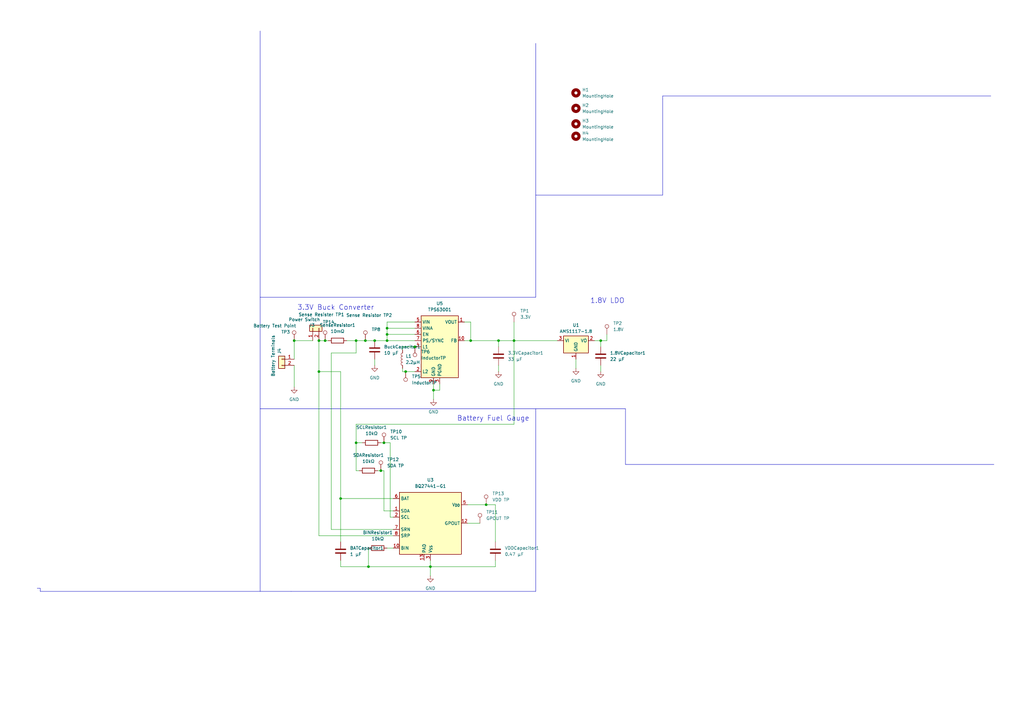
<source format=kicad_sch>
(kicad_sch
	(version 20231120)
	(generator "eeschema")
	(generator_version "8.0")
	(uuid "6265c6d9-2fea-41b6-9102-f4ffcf18d433")
	(paper "A3")
	(lib_symbols
		(symbol "Battery_Management:BQ27441-G1"
			(exclude_from_sim no)
			(in_bom yes)
			(on_board yes)
			(property "Reference" "U"
				(at -5.08 15.875 0)
				(effects
					(font
						(size 1.27 1.27)
					)
					(justify right)
				)
			)
			(property "Value" "BQ27441-G1"
				(at -5.08 13.97 0)
				(effects
					(font
						(size 1.27 1.27)
					)
					(justify right)
				)
			)
			(property "Footprint" "Package_SON:Texas_S-PDSO-N12"
				(at 6.35 -13.97 0)
				(effects
					(font
						(size 1.27 1.27)
					)
					(justify left)
					(hide yes)
				)
			)
			(property "Datasheet" "http://www.ti.com/lit/ds/symlink/bq27441-g1.pdf"
				(at 5.08 5.08 0)
				(effects
					(font
						(size 1.27 1.27)
					)
					(hide yes)
				)
			)
			(property "Description" "System Side Li Ion/Polymer Fuel Gauge, PDSON-12"
				(at 0 0 0)
				(effects
					(font
						(size 1.27 1.27)
					)
					(hide yes)
				)
			)
			(property "ki_keywords" "Fuel Gauge"
				(at 0 0 0)
				(effects
					(font
						(size 1.27 1.27)
					)
					(hide yes)
				)
			)
			(property "ki_fp_filters" "*PDSO*N12*"
				(at 0 0 0)
				(effects
					(font
						(size 1.27 1.27)
					)
					(hide yes)
				)
			)
			(symbol "BQ27441-G1_0_1"
				(rectangle
					(start -12.7 12.7)
					(end 12.7 -12.7)
					(stroke
						(width 0.254)
						(type default)
					)
					(fill
						(type background)
					)
				)
			)
			(symbol "BQ27441-G1_1_1"
				(pin bidirectional line
					(at -15.24 5.08 0)
					(length 2.54)
					(name "SDA"
						(effects
							(font
								(size 1.27 1.27)
							)
						)
					)
					(number "1"
						(effects
							(font
								(size 1.27 1.27)
							)
						)
					)
				)
				(pin input line
					(at -15.24 -10.16 0)
					(length 2.54)
					(name "BIN"
						(effects
							(font
								(size 1.27 1.27)
							)
						)
					)
					(number "10"
						(effects
							(font
								(size 1.27 1.27)
							)
						)
					)
				)
				(pin no_connect line
					(at 10.16 -2.54 180)
					(length 2.54) hide
					(name "NC"
						(effects
							(font
								(size 1.27 1.27)
							)
						)
					)
					(number "11"
						(effects
							(font
								(size 1.27 1.27)
							)
						)
					)
				)
				(pin output line
					(at 15.24 0 180)
					(length 2.54)
					(name "GPOUT"
						(effects
							(font
								(size 1.27 1.27)
							)
						)
					)
					(number "12"
						(effects
							(font
								(size 1.27 1.27)
							)
						)
					)
				)
				(pin power_in line
					(at -2.54 -15.24 90)
					(length 2.54)
					(name "PAD"
						(effects
							(font
								(size 1.27 1.27)
							)
						)
					)
					(number "13"
						(effects
							(font
								(size 1.27 1.27)
							)
						)
					)
				)
				(pin input line
					(at -15.24 2.54 0)
					(length 2.54)
					(name "SCL"
						(effects
							(font
								(size 1.27 1.27)
							)
						)
					)
					(number "2"
						(effects
							(font
								(size 1.27 1.27)
							)
						)
					)
				)
				(pin power_in line
					(at 0 -15.24 90)
					(length 2.54)
					(name "V_{SS}"
						(effects
							(font
								(size 1.27 1.27)
							)
						)
					)
					(number "3"
						(effects
							(font
								(size 1.27 1.27)
							)
						)
					)
				)
				(pin no_connect line
					(at 10.16 -7.62 180)
					(length 2.54) hide
					(name "NC"
						(effects
							(font
								(size 1.27 1.27)
							)
						)
					)
					(number "4"
						(effects
							(font
								(size 1.27 1.27)
							)
						)
					)
				)
				(pin power_out line
					(at 15.24 7.62 180)
					(length 2.54)
					(name "V_{DD}"
						(effects
							(font
								(size 1.27 1.27)
							)
						)
					)
					(number "5"
						(effects
							(font
								(size 1.27 1.27)
							)
						)
					)
				)
				(pin power_in line
					(at -15.24 10.16 0)
					(length 2.54)
					(name "BAT"
						(effects
							(font
								(size 1.27 1.27)
							)
						)
					)
					(number "6"
						(effects
							(font
								(size 1.27 1.27)
							)
						)
					)
				)
				(pin input line
					(at -15.24 -2.54 0)
					(length 2.54)
					(name "SRN"
						(effects
							(font
								(size 1.27 1.27)
							)
						)
					)
					(number "7"
						(effects
							(font
								(size 1.27 1.27)
							)
						)
					)
				)
				(pin input line
					(at -15.24 -5.08 0)
					(length 2.54)
					(name "SRP"
						(effects
							(font
								(size 1.27 1.27)
							)
						)
					)
					(number "8"
						(effects
							(font
								(size 1.27 1.27)
							)
						)
					)
				)
				(pin no_connect line
					(at 10.16 -5.08 180)
					(length 2.54) hide
					(name "NC"
						(effects
							(font
								(size 1.27 1.27)
							)
						)
					)
					(number "9"
						(effects
							(font
								(size 1.27 1.27)
							)
						)
					)
				)
			)
		)
		(symbol "Connector:TestPoint"
			(pin_numbers hide)
			(pin_names
				(offset 0.762) hide)
			(exclude_from_sim no)
			(in_bom yes)
			(on_board yes)
			(property "Reference" "TP"
				(at 0 6.858 0)
				(effects
					(font
						(size 1.27 1.27)
					)
				)
			)
			(property "Value" "TestPoint"
				(at 0 5.08 0)
				(effects
					(font
						(size 1.27 1.27)
					)
				)
			)
			(property "Footprint" ""
				(at 5.08 0 0)
				(effects
					(font
						(size 1.27 1.27)
					)
					(hide yes)
				)
			)
			(property "Datasheet" "~"
				(at 5.08 0 0)
				(effects
					(font
						(size 1.27 1.27)
					)
					(hide yes)
				)
			)
			(property "Description" "test point"
				(at 0 0 0)
				(effects
					(font
						(size 1.27 1.27)
					)
					(hide yes)
				)
			)
			(property "ki_keywords" "test point tp"
				(at 0 0 0)
				(effects
					(font
						(size 1.27 1.27)
					)
					(hide yes)
				)
			)
			(property "ki_fp_filters" "Pin* Test*"
				(at 0 0 0)
				(effects
					(font
						(size 1.27 1.27)
					)
					(hide yes)
				)
			)
			(symbol "TestPoint_0_1"
				(circle
					(center 0 3.302)
					(radius 0.762)
					(stroke
						(width 0)
						(type default)
					)
					(fill
						(type none)
					)
				)
			)
			(symbol "TestPoint_1_1"
				(pin passive line
					(at 0 0 90)
					(length 2.54)
					(name "1"
						(effects
							(font
								(size 1.27 1.27)
							)
						)
					)
					(number "1"
						(effects
							(font
								(size 1.27 1.27)
							)
						)
					)
				)
			)
		)
		(symbol "Connector_Generic:Conn_01x02"
			(pin_names
				(offset 1.016) hide)
			(exclude_from_sim no)
			(in_bom yes)
			(on_board yes)
			(property "Reference" "J"
				(at 0 2.54 0)
				(effects
					(font
						(size 1.27 1.27)
					)
				)
			)
			(property "Value" "Conn_01x02"
				(at 0 -5.08 0)
				(effects
					(font
						(size 1.27 1.27)
					)
				)
			)
			(property "Footprint" ""
				(at 0 0 0)
				(effects
					(font
						(size 1.27 1.27)
					)
					(hide yes)
				)
			)
			(property "Datasheet" "~"
				(at 0 0 0)
				(effects
					(font
						(size 1.27 1.27)
					)
					(hide yes)
				)
			)
			(property "Description" "Generic connector, single row, 01x02, script generated (kicad-library-utils/schlib/autogen/connector/)"
				(at 0 0 0)
				(effects
					(font
						(size 1.27 1.27)
					)
					(hide yes)
				)
			)
			(property "ki_keywords" "connector"
				(at 0 0 0)
				(effects
					(font
						(size 1.27 1.27)
					)
					(hide yes)
				)
			)
			(property "ki_fp_filters" "Connector*:*_1x??_*"
				(at 0 0 0)
				(effects
					(font
						(size 1.27 1.27)
					)
					(hide yes)
				)
			)
			(symbol "Conn_01x02_1_1"
				(rectangle
					(start -1.27 -2.413)
					(end 0 -2.667)
					(stroke
						(width 0.1524)
						(type default)
					)
					(fill
						(type none)
					)
				)
				(rectangle
					(start -1.27 0.127)
					(end 0 -0.127)
					(stroke
						(width 0.1524)
						(type default)
					)
					(fill
						(type none)
					)
				)
				(rectangle
					(start -1.27 1.27)
					(end 1.27 -3.81)
					(stroke
						(width 0.254)
						(type default)
					)
					(fill
						(type background)
					)
				)
				(pin passive line
					(at -5.08 0 0)
					(length 3.81)
					(name "Pin_1"
						(effects
							(font
								(size 1.27 1.27)
							)
						)
					)
					(number "1"
						(effects
							(font
								(size 1.27 1.27)
							)
						)
					)
				)
				(pin passive line
					(at -5.08 -2.54 0)
					(length 3.81)
					(name "Pin_2"
						(effects
							(font
								(size 1.27 1.27)
							)
						)
					)
					(number "2"
						(effects
							(font
								(size 1.27 1.27)
							)
						)
					)
				)
			)
		)
		(symbol "Device:C"
			(pin_numbers hide)
			(pin_names
				(offset 0.254)
			)
			(exclude_from_sim no)
			(in_bom yes)
			(on_board yes)
			(property "Reference" "C"
				(at 0.635 2.54 0)
				(effects
					(font
						(size 1.27 1.27)
					)
					(justify left)
				)
			)
			(property "Value" "C"
				(at 0.635 -2.54 0)
				(effects
					(font
						(size 1.27 1.27)
					)
					(justify left)
				)
			)
			(property "Footprint" ""
				(at 0.9652 -3.81 0)
				(effects
					(font
						(size 1.27 1.27)
					)
					(hide yes)
				)
			)
			(property "Datasheet" "~"
				(at 0 0 0)
				(effects
					(font
						(size 1.27 1.27)
					)
					(hide yes)
				)
			)
			(property "Description" "Unpolarized capacitor"
				(at 0 0 0)
				(effects
					(font
						(size 1.27 1.27)
					)
					(hide yes)
				)
			)
			(property "ki_keywords" "cap capacitor"
				(at 0 0 0)
				(effects
					(font
						(size 1.27 1.27)
					)
					(hide yes)
				)
			)
			(property "ki_fp_filters" "C_*"
				(at 0 0 0)
				(effects
					(font
						(size 1.27 1.27)
					)
					(hide yes)
				)
			)
			(symbol "C_0_1"
				(polyline
					(pts
						(xy -2.032 -0.762) (xy 2.032 -0.762)
					)
					(stroke
						(width 0.508)
						(type default)
					)
					(fill
						(type none)
					)
				)
				(polyline
					(pts
						(xy -2.032 0.762) (xy 2.032 0.762)
					)
					(stroke
						(width 0.508)
						(type default)
					)
					(fill
						(type none)
					)
				)
			)
			(symbol "C_1_1"
				(pin passive line
					(at 0 3.81 270)
					(length 2.794)
					(name "~"
						(effects
							(font
								(size 1.27 1.27)
							)
						)
					)
					(number "1"
						(effects
							(font
								(size 1.27 1.27)
							)
						)
					)
				)
				(pin passive line
					(at 0 -3.81 90)
					(length 2.794)
					(name "~"
						(effects
							(font
								(size 1.27 1.27)
							)
						)
					)
					(number "2"
						(effects
							(font
								(size 1.27 1.27)
							)
						)
					)
				)
			)
		)
		(symbol "Device:L"
			(pin_numbers hide)
			(pin_names
				(offset 1.016) hide)
			(exclude_from_sim no)
			(in_bom yes)
			(on_board yes)
			(property "Reference" "L"
				(at -1.27 0 90)
				(effects
					(font
						(size 1.27 1.27)
					)
				)
			)
			(property "Value" "L"
				(at 1.905 0 90)
				(effects
					(font
						(size 1.27 1.27)
					)
				)
			)
			(property "Footprint" ""
				(at 0 0 0)
				(effects
					(font
						(size 1.27 1.27)
					)
					(hide yes)
				)
			)
			(property "Datasheet" "~"
				(at 0 0 0)
				(effects
					(font
						(size 1.27 1.27)
					)
					(hide yes)
				)
			)
			(property "Description" "Inductor"
				(at 0 0 0)
				(effects
					(font
						(size 1.27 1.27)
					)
					(hide yes)
				)
			)
			(property "ki_keywords" "inductor choke coil reactor magnetic"
				(at 0 0 0)
				(effects
					(font
						(size 1.27 1.27)
					)
					(hide yes)
				)
			)
			(property "ki_fp_filters" "Choke_* *Coil* Inductor_* L_*"
				(at 0 0 0)
				(effects
					(font
						(size 1.27 1.27)
					)
					(hide yes)
				)
			)
			(symbol "L_0_1"
				(arc
					(start 0 -2.54)
					(mid 0.6323 -1.905)
					(end 0 -1.27)
					(stroke
						(width 0)
						(type default)
					)
					(fill
						(type none)
					)
				)
				(arc
					(start 0 -1.27)
					(mid 0.6323 -0.635)
					(end 0 0)
					(stroke
						(width 0)
						(type default)
					)
					(fill
						(type none)
					)
				)
				(arc
					(start 0 0)
					(mid 0.6323 0.635)
					(end 0 1.27)
					(stroke
						(width 0)
						(type default)
					)
					(fill
						(type none)
					)
				)
				(arc
					(start 0 1.27)
					(mid 0.6323 1.905)
					(end 0 2.54)
					(stroke
						(width 0)
						(type default)
					)
					(fill
						(type none)
					)
				)
			)
			(symbol "L_1_1"
				(pin passive line
					(at 0 3.81 270)
					(length 1.27)
					(name "1"
						(effects
							(font
								(size 1.27 1.27)
							)
						)
					)
					(number "1"
						(effects
							(font
								(size 1.27 1.27)
							)
						)
					)
				)
				(pin passive line
					(at 0 -3.81 90)
					(length 1.27)
					(name "2"
						(effects
							(font
								(size 1.27 1.27)
							)
						)
					)
					(number "2"
						(effects
							(font
								(size 1.27 1.27)
							)
						)
					)
				)
			)
		)
		(symbol "Device:R"
			(pin_numbers hide)
			(pin_names
				(offset 0)
			)
			(exclude_from_sim no)
			(in_bom yes)
			(on_board yes)
			(property "Reference" "R"
				(at 2.032 0 90)
				(effects
					(font
						(size 1.27 1.27)
					)
				)
			)
			(property "Value" "R"
				(at 0 0 90)
				(effects
					(font
						(size 1.27 1.27)
					)
				)
			)
			(property "Footprint" ""
				(at -1.778 0 90)
				(effects
					(font
						(size 1.27 1.27)
					)
					(hide yes)
				)
			)
			(property "Datasheet" "~"
				(at 0 0 0)
				(effects
					(font
						(size 1.27 1.27)
					)
					(hide yes)
				)
			)
			(property "Description" "Resistor"
				(at 0 0 0)
				(effects
					(font
						(size 1.27 1.27)
					)
					(hide yes)
				)
			)
			(property "ki_keywords" "R res resistor"
				(at 0 0 0)
				(effects
					(font
						(size 1.27 1.27)
					)
					(hide yes)
				)
			)
			(property "ki_fp_filters" "R_*"
				(at 0 0 0)
				(effects
					(font
						(size 1.27 1.27)
					)
					(hide yes)
				)
			)
			(symbol "R_0_1"
				(rectangle
					(start -1.016 -2.54)
					(end 1.016 2.54)
					(stroke
						(width 0.254)
						(type default)
					)
					(fill
						(type none)
					)
				)
			)
			(symbol "R_1_1"
				(pin passive line
					(at 0 3.81 270)
					(length 1.27)
					(name "~"
						(effects
							(font
								(size 1.27 1.27)
							)
						)
					)
					(number "1"
						(effects
							(font
								(size 1.27 1.27)
							)
						)
					)
				)
				(pin passive line
					(at 0 -3.81 90)
					(length 1.27)
					(name "~"
						(effects
							(font
								(size 1.27 1.27)
							)
						)
					)
					(number "2"
						(effects
							(font
								(size 1.27 1.27)
							)
						)
					)
				)
			)
		)
		(symbol "Mechanical:MountingHole"
			(pin_names
				(offset 1.016)
			)
			(exclude_from_sim yes)
			(in_bom no)
			(on_board yes)
			(property "Reference" "H"
				(at 0 5.08 0)
				(effects
					(font
						(size 1.27 1.27)
					)
				)
			)
			(property "Value" "MountingHole"
				(at 0 3.175 0)
				(effects
					(font
						(size 1.27 1.27)
					)
				)
			)
			(property "Footprint" ""
				(at 0 0 0)
				(effects
					(font
						(size 1.27 1.27)
					)
					(hide yes)
				)
			)
			(property "Datasheet" "~"
				(at 0 0 0)
				(effects
					(font
						(size 1.27 1.27)
					)
					(hide yes)
				)
			)
			(property "Description" "Mounting Hole without connection"
				(at 0 0 0)
				(effects
					(font
						(size 1.27 1.27)
					)
					(hide yes)
				)
			)
			(property "ki_keywords" "mounting hole"
				(at 0 0 0)
				(effects
					(font
						(size 1.27 1.27)
					)
					(hide yes)
				)
			)
			(property "ki_fp_filters" "MountingHole*"
				(at 0 0 0)
				(effects
					(font
						(size 1.27 1.27)
					)
					(hide yes)
				)
			)
			(symbol "MountingHole_0_1"
				(circle
					(center 0 0)
					(radius 1.27)
					(stroke
						(width 1.27)
						(type default)
					)
					(fill
						(type none)
					)
				)
			)
		)
		(symbol "Regulator_Linear:AMS1117-1.8"
			(exclude_from_sim no)
			(in_bom yes)
			(on_board yes)
			(property "Reference" "U"
				(at -3.81 3.175 0)
				(effects
					(font
						(size 1.27 1.27)
					)
				)
			)
			(property "Value" "AMS1117-1.8"
				(at 0 3.175 0)
				(effects
					(font
						(size 1.27 1.27)
					)
					(justify left)
				)
			)
			(property "Footprint" "Package_TO_SOT_SMD:SOT-223-3_TabPin2"
				(at 0 5.08 0)
				(effects
					(font
						(size 1.27 1.27)
					)
					(hide yes)
				)
			)
			(property "Datasheet" "http://www.advanced-monolithic.com/pdf/ds1117.pdf"
				(at 2.54 -6.35 0)
				(effects
					(font
						(size 1.27 1.27)
					)
					(hide yes)
				)
			)
			(property "Description" "1A Low Dropout regulator, positive, 1.8V fixed output, SOT-223"
				(at 0 0 0)
				(effects
					(font
						(size 1.27 1.27)
					)
					(hide yes)
				)
			)
			(property "ki_keywords" "linear regulator ldo fixed positive"
				(at 0 0 0)
				(effects
					(font
						(size 1.27 1.27)
					)
					(hide yes)
				)
			)
			(property "ki_fp_filters" "SOT?223*TabPin2*"
				(at 0 0 0)
				(effects
					(font
						(size 1.27 1.27)
					)
					(hide yes)
				)
			)
			(symbol "AMS1117-1.8_0_1"
				(rectangle
					(start -5.08 -5.08)
					(end 5.08 1.905)
					(stroke
						(width 0.254)
						(type default)
					)
					(fill
						(type background)
					)
				)
			)
			(symbol "AMS1117-1.8_1_1"
				(pin power_in line
					(at 0 -7.62 90)
					(length 2.54)
					(name "GND"
						(effects
							(font
								(size 1.27 1.27)
							)
						)
					)
					(number "1"
						(effects
							(font
								(size 1.27 1.27)
							)
						)
					)
				)
				(pin power_out line
					(at 7.62 0 180)
					(length 2.54)
					(name "VO"
						(effects
							(font
								(size 1.27 1.27)
							)
						)
					)
					(number "2"
						(effects
							(font
								(size 1.27 1.27)
							)
						)
					)
				)
				(pin power_in line
					(at -7.62 0 0)
					(length 2.54)
					(name "VI"
						(effects
							(font
								(size 1.27 1.27)
							)
						)
					)
					(number "3"
						(effects
							(font
								(size 1.27 1.27)
							)
						)
					)
				)
			)
		)
		(symbol "Regulator_Switching:TPS63001"
			(exclude_from_sim no)
			(in_bom yes)
			(on_board yes)
			(property "Reference" "U"
				(at -7.62 13.97 0)
				(effects
					(font
						(size 1.27 1.27)
					)
					(justify left)
				)
			)
			(property "Value" "TPS63001"
				(at 5.08 13.97 0)
				(effects
					(font
						(size 1.27 1.27)
					)
				)
			)
			(property "Footprint" "Package_SON:Texas_DRC0010J_ThermalVias"
				(at 21.59 -13.97 0)
				(effects
					(font
						(size 1.27 1.27)
					)
					(hide yes)
				)
			)
			(property "Datasheet" "http://www.ti.com/lit/ds/symlink/tps63000.pdf"
				(at -7.62 13.97 0)
				(effects
					(font
						(size 1.27 1.27)
					)
					(hide yes)
				)
			)
			(property "Description" "Buck-Boost Converter, 1.8-5.5V Input Voltage, 1.7A Switch Current, 3.3V Output Voltage, VSON-10"
				(at 0 0 0)
				(effects
					(font
						(size 1.27 1.27)
					)
					(hide yes)
				)
			)
			(property "ki_keywords" "Buck-Boost fixed 3.3V converter"
				(at 0 0 0)
				(effects
					(font
						(size 1.27 1.27)
					)
					(hide yes)
				)
			)
			(property "ki_fp_filters" "Texas*DRC0010J*"
				(at 0 0 0)
				(effects
					(font
						(size 1.27 1.27)
					)
					(hide yes)
				)
			)
			(symbol "TPS63001_0_1"
				(rectangle
					(start -7.62 12.7)
					(end 7.62 -12.7)
					(stroke
						(width 0.254)
						(type default)
					)
					(fill
						(type background)
					)
				)
			)
			(symbol "TPS63001_1_1"
				(pin power_out line
					(at 10.16 10.16 180)
					(length 2.54)
					(name "VOUT"
						(effects
							(font
								(size 1.27 1.27)
							)
						)
					)
					(number "1"
						(effects
							(font
								(size 1.27 1.27)
							)
						)
					)
				)
				(pin input line
					(at 10.16 2.54 180)
					(length 2.54)
					(name "FB"
						(effects
							(font
								(size 1.27 1.27)
							)
						)
					)
					(number "10"
						(effects
							(font
								(size 1.27 1.27)
							)
						)
					)
				)
				(pin passive line
					(at 0 -15.24 90)
					(length 2.54) hide
					(name "PGND"
						(effects
							(font
								(size 1.27 1.27)
							)
						)
					)
					(number "11"
						(effects
							(font
								(size 1.27 1.27)
							)
						)
					)
				)
				(pin input line
					(at -10.16 -10.16 0)
					(length 2.54)
					(name "L2"
						(effects
							(font
								(size 1.27 1.27)
							)
						)
					)
					(number "2"
						(effects
							(font
								(size 1.27 1.27)
							)
						)
					)
				)
				(pin power_in line
					(at 0 -15.24 90)
					(length 2.54)
					(name "PGND"
						(effects
							(font
								(size 1.27 1.27)
							)
						)
					)
					(number "3"
						(effects
							(font
								(size 1.27 1.27)
							)
						)
					)
				)
				(pin input line
					(at -10.16 0 0)
					(length 2.54)
					(name "L1"
						(effects
							(font
								(size 1.27 1.27)
							)
						)
					)
					(number "4"
						(effects
							(font
								(size 1.27 1.27)
							)
						)
					)
				)
				(pin power_in line
					(at -10.16 10.16 0)
					(length 2.54)
					(name "VIN"
						(effects
							(font
								(size 1.27 1.27)
							)
						)
					)
					(number "5"
						(effects
							(font
								(size 1.27 1.27)
							)
						)
					)
				)
				(pin input line
					(at -10.16 5.08 0)
					(length 2.54)
					(name "EN"
						(effects
							(font
								(size 1.27 1.27)
							)
						)
					)
					(number "6"
						(effects
							(font
								(size 1.27 1.27)
							)
						)
					)
				)
				(pin input line
					(at -10.16 2.54 0)
					(length 2.54)
					(name "PS/SYNC"
						(effects
							(font
								(size 1.27 1.27)
							)
						)
					)
					(number "7"
						(effects
							(font
								(size 1.27 1.27)
							)
						)
					)
				)
				(pin power_in line
					(at -10.16 7.62 0)
					(length 2.54)
					(name "VINA"
						(effects
							(font
								(size 1.27 1.27)
							)
						)
					)
					(number "8"
						(effects
							(font
								(size 1.27 1.27)
							)
						)
					)
				)
				(pin power_in line
					(at -2.54 -15.24 90)
					(length 2.54)
					(name "GND"
						(effects
							(font
								(size 1.27 1.27)
							)
						)
					)
					(number "9"
						(effects
							(font
								(size 1.27 1.27)
							)
						)
					)
				)
			)
		)
		(symbol "power:GND"
			(power)
			(pin_numbers hide)
			(pin_names
				(offset 0) hide)
			(exclude_from_sim no)
			(in_bom yes)
			(on_board yes)
			(property "Reference" "#PWR"
				(at 0 -6.35 0)
				(effects
					(font
						(size 1.27 1.27)
					)
					(hide yes)
				)
			)
			(property "Value" "GND"
				(at 0 -3.81 0)
				(effects
					(font
						(size 1.27 1.27)
					)
				)
			)
			(property "Footprint" ""
				(at 0 0 0)
				(effects
					(font
						(size 1.27 1.27)
					)
					(hide yes)
				)
			)
			(property "Datasheet" ""
				(at 0 0 0)
				(effects
					(font
						(size 1.27 1.27)
					)
					(hide yes)
				)
			)
			(property "Description" "Power symbol creates a global label with name \"GND\" , ground"
				(at 0 0 0)
				(effects
					(font
						(size 1.27 1.27)
					)
					(hide yes)
				)
			)
			(property "ki_keywords" "global power"
				(at 0 0 0)
				(effects
					(font
						(size 1.27 1.27)
					)
					(hide yes)
				)
			)
			(symbol "GND_0_1"
				(polyline
					(pts
						(xy 0 0) (xy 0 -1.27) (xy 1.27 -1.27) (xy 0 -2.54) (xy -1.27 -1.27) (xy 0 -1.27)
					)
					(stroke
						(width 0)
						(type default)
					)
					(fill
						(type none)
					)
				)
			)
			(symbol "GND_1_1"
				(pin power_in line
					(at 0 0 270)
					(length 0)
					(name "~"
						(effects
							(font
								(size 1.27 1.27)
							)
						)
					)
					(number "1"
						(effects
							(font
								(size 1.27 1.27)
							)
						)
					)
				)
			)
		)
	)
	(junction
		(at 156.21 193.04)
		(diameter 0)
		(color 0 0 0 0)
		(uuid "0f05d44c-ce92-4568-a756-6563aa07ee5c")
	)
	(junction
		(at 133.35 139.7)
		(diameter 0)
		(color 0 0 0 0)
		(uuid "269c1b35-4475-4987-81c4-7731965bdc2b")
	)
	(junction
		(at 139.7 204.47)
		(diameter 0)
		(color 0 0 0 0)
		(uuid "29b16c06-c52e-48ea-b15a-ca446fc097c0")
	)
	(junction
		(at 166.37 152.4)
		(diameter 0)
		(color 0 0 0 0)
		(uuid "3782bc8d-4bd9-450a-a3fa-df9808427840")
	)
	(junction
		(at 170.18 142.24)
		(diameter 0)
		(color 0 0 0 0)
		(uuid "4439b7db-5489-41f3-9231-098bfef491e3")
	)
	(junction
		(at 158.75 137.16)
		(diameter 0)
		(color 0 0 0 0)
		(uuid "47df8028-1450-4ec2-95cc-442e8f337a6d")
	)
	(junction
		(at 130.81 152.4)
		(diameter 0)
		(color 0 0 0 0)
		(uuid "4c31e086-d546-4580-983a-f0f34cac5437")
	)
	(junction
		(at 199.39 207.01)
		(diameter 0)
		(color 0 0 0 0)
		(uuid "5cbca008-15db-4203-a0bd-95bbbf71b353")
	)
	(junction
		(at 177.8 160.02)
		(diameter 0)
		(color 0 0 0 0)
		(uuid "6f87909a-54b7-428a-9ce2-6639fd916412")
	)
	(junction
		(at 176.53 232.41)
		(diameter 0)
		(color 0 0 0 0)
		(uuid "6fe093a5-e2cd-40ae-8347-a9585cc2ff5f")
	)
	(junction
		(at 193.04 139.7)
		(diameter 0)
		(color 0 0 0 0)
		(uuid "6ff8d982-5c56-48a9-997f-8d020c3173bf")
	)
	(junction
		(at 153.67 139.7)
		(diameter 0)
		(color 0 0 0 0)
		(uuid "7166af78-dadc-4393-8482-c7005b1f582d")
	)
	(junction
		(at 158.75 134.62)
		(diameter 0)
		(color 0 0 0 0)
		(uuid "78ad6696-89a1-48b2-8c5c-21138738467c")
	)
	(junction
		(at 149.86 139.7)
		(diameter 0)
		(color 0 0 0 0)
		(uuid "791209f3-77c6-4d26-ab7f-160cca1135cb")
	)
	(junction
		(at 146.05 181.61)
		(diameter 0)
		(color 0 0 0 0)
		(uuid "7a517236-cff6-4be4-a0f1-163cdfed122e")
	)
	(junction
		(at 246.38 139.7)
		(diameter 0)
		(color 0 0 0 0)
		(uuid "886f5634-fe2f-473f-8b80-9fe64fbe984a")
	)
	(junction
		(at 210.82 139.7)
		(diameter 0)
		(color 0 0 0 0)
		(uuid "8e426297-05c8-42e1-82d9-c29f58170b32")
	)
	(junction
		(at 204.47 139.7)
		(diameter 0)
		(color 0 0 0 0)
		(uuid "983a5ea6-f224-4c92-9d4d-8819b8d481ce")
	)
	(junction
		(at 146.05 139.7)
		(diameter 0)
		(color 0 0 0 0)
		(uuid "a4707d88-a4a7-4f29-a6c5-b04b901d4e97")
	)
	(junction
		(at 151.13 232.41)
		(diameter 0)
		(color 0 0 0 0)
		(uuid "b663ae4a-b28f-4ae2-820c-729511f58469")
	)
	(junction
		(at 157.48 181.61)
		(diameter 0)
		(color 0 0 0 0)
		(uuid "bfa59c29-40ba-4ecd-8075-fa067957f9a5")
	)
	(junction
		(at 158.75 139.7)
		(diameter 0)
		(color 0 0 0 0)
		(uuid "dd682afa-a74b-4bde-8477-305610216412")
	)
	(junction
		(at 120.65 139.7)
		(diameter 0)
		(color 0 0 0 0)
		(uuid "e38bb0dc-a03f-4f6b-b78f-db6aba4a8874")
	)
	(junction
		(at 130.81 139.7)
		(diameter 0)
		(color 0 0 0 0)
		(uuid "eaab620c-5003-4a2c-8ea2-c5b5832a1b3a")
	)
	(wire
		(pts
			(xy 203.2 229.87) (xy 203.2 232.41)
		)
		(stroke
			(width 0)
			(type default)
		)
		(uuid "01a2fb29-0704-4fea-95bf-e88acc45b4bd")
	)
	(wire
		(pts
			(xy 157.48 209.55) (xy 161.29 209.55)
		)
		(stroke
			(width 0)
			(type default)
		)
		(uuid "032be731-4bc0-4249-9d97-412de6c4c6bc")
	)
	(wire
		(pts
			(xy 180.34 160.02) (xy 180.34 157.48)
		)
		(stroke
			(width 0)
			(type default)
		)
		(uuid "056a25bb-9eb5-44ca-a5ef-65bfa78fedd6")
	)
	(polyline
		(pts
			(xy 106.68 12.7) (xy 106.68 121.92)
		)
		(stroke
			(width 0)
			(type default)
		)
		(uuid "093e11cd-9fc7-4741-a006-95a524b654c5")
	)
	(wire
		(pts
			(xy 153.67 139.7) (xy 158.75 139.7)
		)
		(stroke
			(width 0)
			(type default)
		)
		(uuid "0a0900e4-c051-4a40-83a5-d44da2b7d940")
	)
	(polyline
		(pts
			(xy 119.38 242.57) (xy 219.71 242.57)
		)
		(stroke
			(width 0)
			(type default)
		)
		(uuid "0e979468-7c19-4316-9c93-dd109f9f79dd")
	)
	(wire
		(pts
			(xy 165.1 152.4) (xy 166.37 152.4)
		)
		(stroke
			(width 0)
			(type default)
		)
		(uuid "101026c1-e9d5-4277-8ea0-34632af5c81d")
	)
	(wire
		(pts
			(xy 157.48 181.61) (xy 160.02 181.61)
		)
		(stroke
			(width 0)
			(type default)
		)
		(uuid "10a8d1ba-2d86-4a29-9d3d-0baf6f144a1b")
	)
	(wire
		(pts
			(xy 177.8 157.48) (xy 177.8 160.02)
		)
		(stroke
			(width 0)
			(type default)
		)
		(uuid "114d2ccb-c22b-4f8a-8eb5-751d0889f465")
	)
	(wire
		(pts
			(xy 176.53 229.87) (xy 176.53 232.41)
		)
		(stroke
			(width 0)
			(type default)
		)
		(uuid "12fe3c5f-06a7-47b6-b1b5-e1120ba54e06")
	)
	(polyline
		(pts
			(xy 256.54 167.64) (xy 256.54 190.5)
		)
		(stroke
			(width 0)
			(type default)
		)
		(uuid "17a7ab94-b3bf-48c3-aad3-da1b01c23502")
	)
	(polyline
		(pts
			(xy 256.54 190.5) (xy 407.67 190.5)
		)
		(stroke
			(width 0)
			(type default)
		)
		(uuid "1be4e099-acfc-43cb-b2ea-ca594faaa309")
	)
	(wire
		(pts
			(xy 190.5 132.08) (xy 193.04 132.08)
		)
		(stroke
			(width 0)
			(type default)
		)
		(uuid "229643ab-0d2b-4393-93bc-efede8569677")
	)
	(wire
		(pts
			(xy 139.7 204.47) (xy 161.29 204.47)
		)
		(stroke
			(width 0)
			(type default)
		)
		(uuid "2306b83d-3803-4217-a898-959dc5be4065")
	)
	(polyline
		(pts
			(xy 271.78 40.64) (xy 271.78 80.01)
		)
		(stroke
			(width 0)
			(type default)
		)
		(uuid "23645c9c-790e-4710-b742-7a6323022df1")
	)
	(polyline
		(pts
			(xy 16.51 242.57) (xy 16.51 241.3)
		)
		(stroke
			(width 0)
			(type default)
		)
		(uuid "256e6b60-187a-4baa-b454-3aa151f0b8fa")
	)
	(wire
		(pts
			(xy 246.38 149.86) (xy 246.38 152.4)
		)
		(stroke
			(width 0)
			(type default)
		)
		(uuid "291d3f41-2bf7-47b7-bf69-ad8745d1f4d2")
	)
	(polyline
		(pts
			(xy 106.68 167.64) (xy 106.68 242.57)
		)
		(stroke
			(width 0)
			(type default)
		)
		(uuid "2a33c6d9-3d30-4cea-9d99-8e493c7b3fd7")
	)
	(wire
		(pts
			(xy 139.7 204.47) (xy 139.7 152.4)
		)
		(stroke
			(width 0)
			(type default)
		)
		(uuid "30596dc7-89f9-495e-8262-6bc1b2469c2f")
	)
	(wire
		(pts
			(xy 161.29 217.17) (xy 135.89 217.17)
		)
		(stroke
			(width 0)
			(type default)
		)
		(uuid "360d5d1f-bbb1-441d-8656-2d9db3fbe255")
	)
	(wire
		(pts
			(xy 190.5 139.7) (xy 193.04 139.7)
		)
		(stroke
			(width 0)
			(type default)
		)
		(uuid "371310ea-4351-4946-a423-d4fea96f093f")
	)
	(wire
		(pts
			(xy 151.13 232.41) (xy 176.53 232.41)
		)
		(stroke
			(width 0)
			(type default)
		)
		(uuid "3867270f-2fca-4baf-8aa6-f0a413563d7f")
	)
	(wire
		(pts
			(xy 158.75 132.08) (xy 158.75 134.62)
		)
		(stroke
			(width 0)
			(type default)
		)
		(uuid "38ad3560-972e-455f-93a0-156e8f95afba")
	)
	(wire
		(pts
			(xy 243.84 139.7) (xy 246.38 139.7)
		)
		(stroke
			(width 0)
			(type default)
		)
		(uuid "3ab40aa4-2ba4-4426-809f-efd2e1cef4be")
	)
	(wire
		(pts
			(xy 156.21 193.04) (xy 157.48 193.04)
		)
		(stroke
			(width 0)
			(type default)
		)
		(uuid "3b1b5381-a7b9-4af1-bc62-40a982b0ba7a")
	)
	(wire
		(pts
			(xy 139.7 232.41) (xy 151.13 232.41)
		)
		(stroke
			(width 0)
			(type default)
		)
		(uuid "3b7e37c4-431d-47c2-8070-c77ed395eb8f")
	)
	(wire
		(pts
			(xy 246.38 139.7) (xy 248.92 139.7)
		)
		(stroke
			(width 0)
			(type default)
		)
		(uuid "3e518176-ec96-42f9-a9be-4a955a2f9c1c")
	)
	(wire
		(pts
			(xy 153.67 139.7) (xy 149.86 139.7)
		)
		(stroke
			(width 0)
			(type default)
		)
		(uuid "3e707080-a195-48a1-911c-9d6579a62b52")
	)
	(wire
		(pts
			(xy 165.1 143.51) (xy 165.1 142.24)
		)
		(stroke
			(width 0)
			(type default)
		)
		(uuid "3eae549d-9277-4474-90ec-a73e98192707")
	)
	(wire
		(pts
			(xy 158.75 139.7) (xy 170.18 139.7)
		)
		(stroke
			(width 0)
			(type default)
		)
		(uuid "430b3142-44fe-4301-abc0-6c07c6addebc")
	)
	(wire
		(pts
			(xy 139.7 204.47) (xy 139.7 222.25)
		)
		(stroke
			(width 0)
			(type default)
		)
		(uuid "44219fad-db5b-41f8-9b6c-8ab769530b05")
	)
	(polyline
		(pts
			(xy 219.71 242.57) (xy 219.71 167.64)
		)
		(stroke
			(width 0)
			(type default)
		)
		(uuid "48034d89-11f8-4daa-b7c7-97a6e8b7b10b")
	)
	(wire
		(pts
			(xy 149.86 139.7) (xy 146.05 139.7)
		)
		(stroke
			(width 0)
			(type default)
		)
		(uuid "489ccf63-d00e-4df3-8086-656aa5fdf2f0")
	)
	(wire
		(pts
			(xy 153.67 147.32) (xy 153.67 149.86)
		)
		(stroke
			(width 0)
			(type default)
		)
		(uuid "49ae124c-acd4-43fa-913f-60c435e34e90")
	)
	(polyline
		(pts
			(xy 15.24 241.3) (xy 16.51 241.3)
		)
		(stroke
			(width 0)
			(type default)
		)
		(uuid "4a21b9ba-7f1f-4073-944c-49bef9211a3b")
	)
	(wire
		(pts
			(xy 160.02 212.09) (xy 161.29 212.09)
		)
		(stroke
			(width 0)
			(type default)
		)
		(uuid "4b4c3583-fce2-478b-b3e3-60e913021af9")
	)
	(wire
		(pts
			(xy 176.53 232.41) (xy 176.53 236.22)
		)
		(stroke
			(width 0)
			(type default)
		)
		(uuid "4e0d712d-3202-4097-9fee-5e99b55d27a5")
	)
	(wire
		(pts
			(xy 203.2 207.01) (xy 203.2 222.25)
		)
		(stroke
			(width 0)
			(type default)
		)
		(uuid "4fbcf094-9505-45ab-9c76-f9423eb8446f")
	)
	(wire
		(pts
			(xy 135.89 217.17) (xy 135.89 144.78)
		)
		(stroke
			(width 0)
			(type default)
		)
		(uuid "5964787a-1eb6-4f1b-96c7-b2fbbcc2ee2a")
	)
	(polyline
		(pts
			(xy 106.68 167.64) (xy 106.68 121.92)
		)
		(stroke
			(width 0)
			(type default)
		)
		(uuid "59858ac3-1e69-487c-9545-684e63ac5541")
	)
	(wire
		(pts
			(xy 130.81 139.7) (xy 130.81 152.4)
		)
		(stroke
			(width 0)
			(type default)
		)
		(uuid "5afd9992-a1be-42b4-ad09-426d359a5a90")
	)
	(polyline
		(pts
			(xy 119.38 242.57) (xy 16.51 242.57)
		)
		(stroke
			(width 0)
			(type default)
		)
		(uuid "5e726ea4-99b5-4184-89b8-2c9584684003")
	)
	(wire
		(pts
			(xy 170.18 137.16) (xy 158.75 137.16)
		)
		(stroke
			(width 0)
			(type default)
		)
		(uuid "5eb36475-5df6-43b1-8ecf-ee95f5968390")
	)
	(wire
		(pts
			(xy 177.8 160.02) (xy 180.34 160.02)
		)
		(stroke
			(width 0)
			(type default)
		)
		(uuid "5f13ec3b-8f23-4303-a92f-b539ec526d52")
	)
	(wire
		(pts
			(xy 135.89 144.78) (xy 146.05 144.78)
		)
		(stroke
			(width 0)
			(type default)
		)
		(uuid "6562c651-62d9-42e4-a73d-b19aebd3f1ac")
	)
	(polyline
		(pts
			(xy 219.71 80.01) (xy 271.78 80.01)
		)
		(stroke
			(width 0)
			(type default)
		)
		(uuid "6849bde5-ca82-4d74-ae51-86973d1fcefb")
	)
	(wire
		(pts
			(xy 170.18 132.08) (xy 158.75 132.08)
		)
		(stroke
			(width 0)
			(type default)
		)
		(uuid "6bc29abc-78d5-4508-bc60-ee0d078d3be7")
	)
	(wire
		(pts
			(xy 146.05 173.99) (xy 146.05 181.61)
		)
		(stroke
			(width 0)
			(type default)
		)
		(uuid "6c5d36bc-c769-4e24-8780-369bb94d930f")
	)
	(wire
		(pts
			(xy 204.47 149.86) (xy 204.47 152.4)
		)
		(stroke
			(width 0)
			(type default)
		)
		(uuid "6d9f1940-e3a8-45c7-8f69-37afe15e6497")
	)
	(wire
		(pts
			(xy 130.81 139.7) (xy 133.35 139.7)
		)
		(stroke
			(width 0)
			(type default)
		)
		(uuid "6df471cf-9d0b-44d2-a595-0e364ce74aad")
	)
	(wire
		(pts
			(xy 151.13 224.79) (xy 151.13 232.41)
		)
		(stroke
			(width 0)
			(type default)
		)
		(uuid "7862fc06-fd04-48ab-a6f2-c637d542a81c")
	)
	(wire
		(pts
			(xy 203.2 232.41) (xy 176.53 232.41)
		)
		(stroke
			(width 0)
			(type default)
		)
		(uuid "788acd6a-1646-49f4-b85d-e2bdb66c3b8e")
	)
	(wire
		(pts
			(xy 156.21 181.61) (xy 157.48 181.61)
		)
		(stroke
			(width 0)
			(type default)
		)
		(uuid "893f2223-4a08-43b3-bd26-a0e5ea76bcba")
	)
	(wire
		(pts
			(xy 120.65 139.7) (xy 120.65 147.32)
		)
		(stroke
			(width 0)
			(type default)
		)
		(uuid "8edc9bd1-a74b-4f12-904e-baa130fe6f99")
	)
	(wire
		(pts
			(xy 158.75 134.62) (xy 158.75 137.16)
		)
		(stroke
			(width 0)
			(type default)
		)
		(uuid "923d2fe0-24c8-4fc8-ba71-4a392009d043")
	)
	(wire
		(pts
			(xy 139.7 152.4) (xy 130.81 152.4)
		)
		(stroke
			(width 0)
			(type default)
		)
		(uuid "940df138-9ae7-48fe-b4d4-bb4c665111f1")
	)
	(wire
		(pts
			(xy 170.18 134.62) (xy 158.75 134.62)
		)
		(stroke
			(width 0)
			(type default)
		)
		(uuid "98c32a78-d167-4707-9d14-ff66e84ea851")
	)
	(wire
		(pts
			(xy 146.05 181.61) (xy 148.59 181.61)
		)
		(stroke
			(width 0)
			(type default)
		)
		(uuid "9abed158-63d4-43c1-bde6-8b3c437f8aa2")
	)
	(wire
		(pts
			(xy 246.38 139.7) (xy 246.38 142.24)
		)
		(stroke
			(width 0)
			(type default)
		)
		(uuid "9c14d66e-2fdd-415e-a3aa-c7af9afdf979")
	)
	(polyline
		(pts
			(xy 271.78 39.37) (xy 406.4 39.37)
		)
		(stroke
			(width 0)
			(type default)
		)
		(uuid "a0942795-62ee-4b1d-b4bf-b49595a834eb")
	)
	(wire
		(pts
			(xy 130.81 219.71) (xy 161.29 219.71)
		)
		(stroke
			(width 0)
			(type default)
		)
		(uuid "a381132a-1c30-4434-a68c-42bd041064bd")
	)
	(wire
		(pts
			(xy 193.04 139.7) (xy 204.47 139.7)
		)
		(stroke
			(width 0)
			(type default)
		)
		(uuid "a4edc199-b00f-47ef-8894-74f8d7debc8c")
	)
	(wire
		(pts
			(xy 236.22 147.32) (xy 236.22 151.13)
		)
		(stroke
			(width 0)
			(type default)
		)
		(uuid "a5be4ac0-963a-4e22-9177-90812b390016")
	)
	(wire
		(pts
			(xy 204.47 139.7) (xy 204.47 142.24)
		)
		(stroke
			(width 0)
			(type default)
		)
		(uuid "a608cd4e-6645-409b-a5fc-3c043be6b09d")
	)
	(wire
		(pts
			(xy 142.24 139.7) (xy 146.05 139.7)
		)
		(stroke
			(width 0)
			(type default)
		)
		(uuid "ab046998-f7fc-4d3b-b338-b29a1b8c6bdd")
	)
	(wire
		(pts
			(xy 193.04 132.08) (xy 193.04 139.7)
		)
		(stroke
			(width 0)
			(type default)
		)
		(uuid "ab64688c-e529-4237-b98e-42c9c3fbfc2a")
	)
	(wire
		(pts
			(xy 177.8 160.02) (xy 177.8 163.83)
		)
		(stroke
			(width 0)
			(type default)
		)
		(uuid "adf88bfc-03d1-4634-a465-76445b0c993d")
	)
	(wire
		(pts
			(xy 120.65 149.86) (xy 120.65 158.75)
		)
		(stroke
			(width 0)
			(type default)
		)
		(uuid "b1c46be7-b8e0-4733-b64b-052a4f5fe0ce")
	)
	(wire
		(pts
			(xy 210.82 173.99) (xy 146.05 173.99)
		)
		(stroke
			(width 0)
			(type default)
		)
		(uuid "b23144a9-b2e2-4ff9-993c-a762b04a0701")
	)
	(polyline
		(pts
			(xy 219.71 17.78) (xy 219.71 80.01)
		)
		(stroke
			(width 0)
			(type default)
		)
		(uuid "b382f56d-d45c-451d-b27c-9d397b560217")
	)
	(wire
		(pts
			(xy 165.1 151.13) (xy 165.1 152.4)
		)
		(stroke
			(width 0)
			(type default)
		)
		(uuid "b4365f78-2b97-4339-8c1e-771f809526ad")
	)
	(wire
		(pts
			(xy 146.05 181.61) (xy 146.05 193.04)
		)
		(stroke
			(width 0)
			(type default)
		)
		(uuid "b56c4ad5-853e-42b0-91be-48a245b11bea")
	)
	(wire
		(pts
			(xy 196.85 214.63) (xy 191.77 214.63)
		)
		(stroke
			(width 0)
			(type default)
		)
		(uuid "b8ee4644-2602-4b52-8c68-644ee663e64a")
	)
	(polyline
		(pts
			(xy 271.78 40.64) (xy 271.78 39.37)
		)
		(stroke
			(width 0)
			(type default)
		)
		(uuid "b9a40d80-5714-47d5-8e75-64c9a07f6bae")
	)
	(wire
		(pts
			(xy 154.94 193.04) (xy 156.21 193.04)
		)
		(stroke
			(width 0)
			(type default)
		)
		(uuid "bd8a3665-fa04-48a8-9e87-adddbbe5706c")
	)
	(wire
		(pts
			(xy 191.77 207.01) (xy 199.39 207.01)
		)
		(stroke
			(width 0)
			(type default)
		)
		(uuid "bd995b53-c678-4c79-9698-2689266c56e9")
	)
	(wire
		(pts
			(xy 130.81 219.71) (xy 130.81 152.4)
		)
		(stroke
			(width 0)
			(type default)
		)
		(uuid "c12e8ef8-b014-412b-8fc5-1dffe257fc1e")
	)
	(wire
		(pts
			(xy 204.47 139.7) (xy 210.82 139.7)
		)
		(stroke
			(width 0)
			(type default)
		)
		(uuid "c8515b1c-2595-4b7b-9974-e087a1589b4f")
	)
	(polyline
		(pts
			(xy 106.68 167.64) (xy 219.71 167.64)
		)
		(stroke
			(width 0)
			(type default)
		)
		(uuid "cb61f514-6cdc-4485-9927-efe7d520dd2c")
	)
	(wire
		(pts
			(xy 120.65 139.7) (xy 128.27 139.7)
		)
		(stroke
			(width 0)
			(type default)
		)
		(uuid "ccc78783-b317-4c41-a11e-77e2bf5bf4c9")
	)
	(polyline
		(pts
			(xy 219.71 121.92) (xy 219.71 80.01)
		)
		(stroke
			(width 0)
			(type default)
		)
		(uuid "cf898c6c-0462-4e8d-a253-1c5ddb3105b0")
	)
	(wire
		(pts
			(xy 210.82 139.7) (xy 228.6 139.7)
		)
		(stroke
			(width 0)
			(type default)
		)
		(uuid "d00aa4bd-f792-4cda-a62c-1565fec7ba3b")
	)
	(wire
		(pts
			(xy 210.82 132.08) (xy 210.82 139.7)
		)
		(stroke
			(width 0)
			(type default)
		)
		(uuid "d5cbf418-4c96-4515-a8e4-9098c60c5d02")
	)
	(wire
		(pts
			(xy 133.35 139.7) (xy 134.62 139.7)
		)
		(stroke
			(width 0)
			(type default)
		)
		(uuid "d6a0bdc6-3102-438e-9feb-b2227b2825bf")
	)
	(wire
		(pts
			(xy 165.1 142.24) (xy 170.18 142.24)
		)
		(stroke
			(width 0)
			(type default)
		)
		(uuid "d86e7851-7bac-4450-bd4d-ef7f38aa2c6a")
	)
	(wire
		(pts
			(xy 199.39 207.01) (xy 203.2 207.01)
		)
		(stroke
			(width 0)
			(type default)
		)
		(uuid "daee5dcd-0425-4885-b347-a0f3035c8c6b")
	)
	(wire
		(pts
			(xy 158.75 224.79) (xy 161.29 224.79)
		)
		(stroke
			(width 0)
			(type default)
		)
		(uuid "dbdd520d-1002-4b47-b4c8-31047c78391f")
	)
	(wire
		(pts
			(xy 139.7 229.87) (xy 139.7 232.41)
		)
		(stroke
			(width 0)
			(type default)
		)
		(uuid "dec42838-93c7-48fd-b967-cbddd764d500")
	)
	(wire
		(pts
			(xy 146.05 139.7) (xy 146.05 144.78)
		)
		(stroke
			(width 0)
			(type default)
		)
		(uuid "e1cef8ff-dec6-4e4f-95a3-ee0dd9af79c2")
	)
	(wire
		(pts
			(xy 210.82 139.7) (xy 210.82 173.99)
		)
		(stroke
			(width 0)
			(type default)
		)
		(uuid "e2ddd107-fbd4-454d-9fac-9a0f27103b76")
	)
	(wire
		(pts
			(xy 160.02 181.61) (xy 160.02 212.09)
		)
		(stroke
			(width 0)
			(type default)
		)
		(uuid "e834b9a7-6218-4bd4-9804-e99297e9dd05")
	)
	(wire
		(pts
			(xy 157.48 193.04) (xy 157.48 209.55)
		)
		(stroke
			(width 0)
			(type default)
		)
		(uuid "ef0a31ea-51f3-49d3-9b9a-82140d7b8938")
	)
	(wire
		(pts
			(xy 146.05 193.04) (xy 147.32 193.04)
		)
		(stroke
			(width 0)
			(type default)
		)
		(uuid "f13b0a2b-5a74-4a1f-a3ee-944bd21607cc")
	)
	(wire
		(pts
			(xy 248.92 137.16) (xy 248.92 139.7)
		)
		(stroke
			(width 0)
			(type default)
		)
		(uuid "f99cd3ae-ffbe-42fe-a89b-82f56affbfdf")
	)
	(wire
		(pts
			(xy 166.37 152.4) (xy 170.18 152.4)
		)
		(stroke
			(width 0)
			(type default)
		)
		(uuid "fa9fb8b1-c26d-4aa9-9a62-82d745c72f1c")
	)
	(polyline
		(pts
			(xy 106.68 121.92) (xy 219.71 121.92)
		)
		(stroke
			(width 0)
			(type default)
		)
		(uuid "faa1eb21-b41f-43a8-9894-b3150d3a78f3")
	)
	(wire
		(pts
			(xy 158.75 137.16) (xy 158.75 139.7)
		)
		(stroke
			(width 0)
			(type default)
		)
		(uuid "fbba1d21-ccc0-4502-9254-eccc86b37c20")
	)
	(polyline
		(pts
			(xy 219.71 167.64) (xy 256.54 167.64)
		)
		(stroke
			(width 0)
			(type default)
		)
		(uuid "fbc41d53-eb2b-4603-89cc-b20ec2ae84e7")
	)
	(text "1.8V LDO\n"
		(exclude_from_sim no)
		(at 242.062 123.444 0)
		(effects
			(font
				(size 2.032 2.032)
			)
			(justify left)
		)
		(uuid "3b3607d6-68c1-41a6-8631-a6c4c767b94e")
	)
	(text "3.3V Buck Converter"
		(exclude_from_sim no)
		(at 121.92 126.238 0)
		(effects
			(font
				(size 2.032 2.032)
			)
			(justify left)
		)
		(uuid "8a5bbcfb-8537-44a0-b9aa-3e2f8e4e2b62")
	)
	(text "Battery Fuel Gauge\n"
		(exclude_from_sim no)
		(at 187.452 171.704 0)
		(effects
			(font
				(size 2.032 2.032)
			)
			(justify left)
		)
		(uuid "ac452b22-68ec-4e27-b5bc-e239a3dbc22a")
	)
	(symbol
		(lib_id "Regulator_Linear:AMS1117-1.8")
		(at 236.22 139.7 0)
		(unit 1)
		(exclude_from_sim no)
		(in_bom yes)
		(on_board yes)
		(dnp no)
		(fields_autoplaced yes)
		(uuid "0a4bfbc0-be99-4cd2-a820-5df0f0192d30")
		(property "Reference" "U1"
			(at 236.22 133.35 0)
			(effects
				(font
					(size 1.27 1.27)
				)
			)
		)
		(property "Value" "AMS1117-1.8"
			(at 236.22 135.89 0)
			(effects
				(font
					(size 1.27 1.27)
				)
			)
		)
		(property "Footprint" "Package_TO_SOT_SMD:SOT-223-3_TabPin2"
			(at 236.22 134.62 0)
			(effects
				(font
					(size 1.27 1.27)
				)
				(hide yes)
			)
		)
		(property "Datasheet" "http://www.advanced-monolithic.com/pdf/ds1117.pdf"
			(at 238.76 146.05 0)
			(effects
				(font
					(size 1.27 1.27)
				)
				(hide yes)
			)
		)
		(property "Description" "1A Low Dropout regulator, positive, 1.8V fixed output, SOT-223"
			(at 236.22 139.7 0)
			(effects
				(font
					(size 1.27 1.27)
				)
				(hide yes)
			)
		)
		(pin "1"
			(uuid "624d9190-06b7-418b-927b-b4849ae0772b")
		)
		(pin "2"
			(uuid "8bf791e4-8fef-4a72-afa6-95ce0450ed90")
		)
		(pin "3"
			(uuid "e9553397-f3cf-474c-8579-c8653e5cfeed")
		)
		(instances
			(project "Any-Screen-Touch-Screen_AnchorMod"
				(path "/6265c6d9-2fea-41b6-9102-f4ffcf18d433"
					(reference "U1")
					(unit 1)
				)
			)
		)
	)
	(symbol
		(lib_id "Device:C")
		(at 204.47 146.05 0)
		(unit 1)
		(exclude_from_sim no)
		(in_bom yes)
		(on_board yes)
		(dnp no)
		(fields_autoplaced yes)
		(uuid "0a80d8ad-09d0-471c-b528-3abfd9ffb8ba")
		(property "Reference" "3.3VCapacitor1"
			(at 208.28 144.7799 0)
			(effects
				(font
					(size 1.27 1.27)
				)
				(justify left)
			)
		)
		(property "Value" "33 μF"
			(at 208.28 147.3199 0)
			(effects
				(font
					(size 1.27 1.27)
				)
				(justify left)
			)
		)
		(property "Footprint" "Capacitor_SMD:C_0805_2012Metric_Pad1.18x1.45mm_HandSolder"
			(at 205.4352 149.86 0)
			(effects
				(font
					(size 1.27 1.27)
				)
				(hide yes)
			)
		)
		(property "Datasheet" "~"
			(at 204.47 146.05 0)
			(effects
				(font
					(size 1.27 1.27)
				)
				(hide yes)
			)
		)
		(property "Description" "Unpolarized capacitor"
			(at 204.47 146.05 0)
			(effects
				(font
					(size 1.27 1.27)
				)
				(hide yes)
			)
		)
		(pin "1"
			(uuid "33d25e9c-8ff9-4913-a039-ba15ab399b6c")
		)
		(pin "2"
			(uuid "45727275-892f-449d-ac26-7612f2301439")
		)
		(instances
			(project "Any-Screen-Touch-Screen_AnchorMod"
				(path "/6265c6d9-2fea-41b6-9102-f4ffcf18d433"
					(reference "3.3VCapacitor1")
					(unit 1)
				)
			)
		)
	)
	(symbol
		(lib_id "Device:L")
		(at 165.1 147.32 180)
		(unit 1)
		(exclude_from_sim no)
		(in_bom yes)
		(on_board yes)
		(dnp no)
		(fields_autoplaced yes)
		(uuid "18bb4ea2-e79a-4ae6-bb29-27f7b5447669")
		(property "Reference" "L1"
			(at 166.37 146.0499 0)
			(effects
				(font
					(size 1.27 1.27)
				)
				(justify right)
			)
		)
		(property "Value" "2.2μH"
			(at 166.37 148.5899 0)
			(effects
				(font
					(size 1.27 1.27)
				)
				(justify right)
			)
		)
		(property "Footprint" "footprints:IND_MSS5131_COC"
			(at 165.1 147.32 0)
			(effects
				(font
					(size 1.27 1.27)
				)
				(hide yes)
			)
		)
		(property "Datasheet" "~"
			(at 165.1 147.32 0)
			(effects
				(font
					(size 1.27 1.27)
				)
				(hide yes)
			)
		)
		(property "Description" "Inductor"
			(at 165.1 147.32 0)
			(effects
				(font
					(size 1.27 1.27)
				)
				(hide yes)
			)
		)
		(pin "2"
			(uuid "6c8607c0-256b-4769-be77-098a47544edb")
		)
		(pin "1"
			(uuid "d132bf31-466d-4fb8-9eb8-eef49e84b3b6")
		)
		(instances
			(project ""
				(path "/6265c6d9-2fea-41b6-9102-f4ffcf18d433"
					(reference "L1")
					(unit 1)
				)
			)
		)
	)
	(symbol
		(lib_id "Connector:TestPoint")
		(at 199.39 207.01 0)
		(unit 1)
		(exclude_from_sim no)
		(in_bom yes)
		(on_board yes)
		(dnp no)
		(fields_autoplaced yes)
		(uuid "18c37409-cb86-4dc4-9ac4-88fa4d011808")
		(property "Reference" "TP13"
			(at 201.93 202.4379 0)
			(effects
				(font
					(size 1.27 1.27)
				)
				(justify left)
			)
		)
		(property "Value" "VDD TP"
			(at 201.93 204.9779 0)
			(effects
				(font
					(size 1.27 1.27)
				)
				(justify left)
			)
		)
		(property "Footprint" "TestPoint:TestPoint_Keystone_5010-5014_Multipurpose"
			(at 204.47 207.01 0)
			(effects
				(font
					(size 1.27 1.27)
				)
				(hide yes)
			)
		)
		(property "Datasheet" "~"
			(at 204.47 207.01 0)
			(effects
				(font
					(size 1.27 1.27)
				)
				(hide yes)
			)
		)
		(property "Description" "test point"
			(at 199.39 207.01 0)
			(effects
				(font
					(size 1.27 1.27)
				)
				(hide yes)
			)
		)
		(pin "1"
			(uuid "8b031786-bfb3-4c4f-a454-30e4fa8c63a3")
		)
		(instances
			(project "Any-Screen-Touch-Screen_AnchorMod"
				(path "/6265c6d9-2fea-41b6-9102-f4ffcf18d433"
					(reference "TP13")
					(unit 1)
				)
			)
		)
	)
	(symbol
		(lib_id "Device:R")
		(at 154.94 224.79 90)
		(mirror x)
		(unit 1)
		(exclude_from_sim no)
		(in_bom yes)
		(on_board yes)
		(dnp no)
		(fields_autoplaced yes)
		(uuid "1b886367-a0aa-464a-a6a6-33223baabda5")
		(property "Reference" "BINResistor1"
			(at 154.94 218.44 90)
			(effects
				(font
					(size 1.27 1.27)
				)
			)
		)
		(property "Value" "10kΩ"
			(at 154.94 220.98 90)
			(effects
				(font
					(size 1.27 1.27)
				)
			)
		)
		(property "Footprint" "Resistor_SMD:R_0805_2012Metric_Pad1.20x1.40mm_HandSolder"
			(at 154.94 223.012 90)
			(effects
				(font
					(size 1.27 1.27)
				)
				(hide yes)
			)
		)
		(property "Datasheet" "~"
			(at 154.94 224.79 0)
			(effects
				(font
					(size 1.27 1.27)
				)
				(hide yes)
			)
		)
		(property "Description" "Resistor"
			(at 154.94 224.79 0)
			(effects
				(font
					(size 1.27 1.27)
				)
				(hide yes)
			)
		)
		(pin "2"
			(uuid "f9b3c79a-c009-47f2-a20c-facd1dcdc5a8")
		)
		(pin "1"
			(uuid "c14ed640-5ec2-4b82-bd33-6d3f460bd3ba")
		)
		(instances
			(project "Any-Screen-Touch-Screen_AnchorMod"
				(path "/6265c6d9-2fea-41b6-9102-f4ffcf18d433"
					(reference "BINResistor1")
					(unit 1)
				)
			)
		)
	)
	(symbol
		(lib_id "Device:C")
		(at 203.2 226.06 0)
		(unit 1)
		(exclude_from_sim no)
		(in_bom yes)
		(on_board yes)
		(dnp no)
		(fields_autoplaced yes)
		(uuid "2502ca93-c836-432b-9b8e-bdb3d8013055")
		(property "Reference" "VDDCapacitor1"
			(at 207.01 224.7899 0)
			(effects
				(font
					(size 1.27 1.27)
				)
				(justify left)
			)
		)
		(property "Value" "0.47 μF"
			(at 207.01 227.3299 0)
			(effects
				(font
					(size 1.27 1.27)
				)
				(justify left)
			)
		)
		(property "Footprint" "Capacitor_SMD:C_0805_2012Metric_Pad1.18x1.45mm_HandSolder"
			(at 204.1652 229.87 0)
			(effects
				(font
					(size 1.27 1.27)
				)
				(hide yes)
			)
		)
		(property "Datasheet" "~"
			(at 203.2 226.06 0)
			(effects
				(font
					(size 1.27 1.27)
				)
				(hide yes)
			)
		)
		(property "Description" "Unpolarized capacitor"
			(at 203.2 226.06 0)
			(effects
				(font
					(size 1.27 1.27)
				)
				(hide yes)
			)
		)
		(pin "2"
			(uuid "a8818597-3dfb-4223-8bae-eaa50677ef40")
		)
		(pin "1"
			(uuid "7f48c35a-2b55-48ef-9939-4a7c42845a8e")
		)
		(instances
			(project "Any-Screen-Touch-Screen_AnchorMod"
				(path "/6265c6d9-2fea-41b6-9102-f4ffcf18d433"
					(reference "VDDCapacitor1")
					(unit 1)
				)
			)
		)
	)
	(symbol
		(lib_id "Connector:TestPoint")
		(at 156.21 193.04 0)
		(unit 1)
		(exclude_from_sim no)
		(in_bom yes)
		(on_board yes)
		(dnp no)
		(fields_autoplaced yes)
		(uuid "2608d779-230f-430c-945d-a0fca1b25c60")
		(property "Reference" "TP12"
			(at 158.75 188.4679 0)
			(effects
				(font
					(size 1.27 1.27)
				)
				(justify left)
			)
		)
		(property "Value" "SDA TP"
			(at 158.75 191.0079 0)
			(effects
				(font
					(size 1.27 1.27)
				)
				(justify left)
			)
		)
		(property "Footprint" "TestPoint:TestPoint_Keystone_5010-5014_Multipurpose"
			(at 161.29 193.04 0)
			(effects
				(font
					(size 1.27 1.27)
				)
				(hide yes)
			)
		)
		(property "Datasheet" "~"
			(at 161.29 193.04 0)
			(effects
				(font
					(size 1.27 1.27)
				)
				(hide yes)
			)
		)
		(property "Description" "test point"
			(at 156.21 193.04 0)
			(effects
				(font
					(size 1.27 1.27)
				)
				(hide yes)
			)
		)
		(pin "1"
			(uuid "97700136-df55-4dda-bf62-3f73bb82a930")
		)
		(instances
			(project "Any-Screen-Touch-Screen_AnchorMod"
				(path "/6265c6d9-2fea-41b6-9102-f4ffcf18d433"
					(reference "TP12")
					(unit 1)
				)
			)
		)
	)
	(symbol
		(lib_id "Device:C")
		(at 139.7 226.06 0)
		(unit 1)
		(exclude_from_sim no)
		(in_bom yes)
		(on_board yes)
		(dnp no)
		(fields_autoplaced yes)
		(uuid "2a88e125-12d8-4fc8-b5a6-4cf3cdae2eb7")
		(property "Reference" "BATCapacitor1"
			(at 143.51 224.7899 0)
			(effects
				(font
					(size 1.27 1.27)
				)
				(justify left)
			)
		)
		(property "Value" "1 μF"
			(at 143.51 227.3299 0)
			(effects
				(font
					(size 1.27 1.27)
				)
				(justify left)
			)
		)
		(property "Footprint" "Capacitor_SMD:C_0805_2012Metric_Pad1.18x1.45mm_HandSolder"
			(at 140.6652 229.87 0)
			(effects
				(font
					(size 1.27 1.27)
				)
				(hide yes)
			)
		)
		(property "Datasheet" "~"
			(at 139.7 226.06 0)
			(effects
				(font
					(size 1.27 1.27)
				)
				(hide yes)
			)
		)
		(property "Description" "Unpolarized capacitor"
			(at 139.7 226.06 0)
			(effects
				(font
					(size 1.27 1.27)
				)
				(hide yes)
			)
		)
		(pin "2"
			(uuid "d750a3f5-6f33-4132-b8d5-01fb6b9f54c8")
		)
		(pin "1"
			(uuid "62d6c1b3-caf2-47be-bd84-e7879d1d3ec9")
		)
		(instances
			(project "Any-Screen-Touch-Screen_AnchorMod"
				(path "/6265c6d9-2fea-41b6-9102-f4ffcf18d433"
					(reference "BATCapacitor1")
					(unit 1)
				)
			)
		)
	)
	(symbol
		(lib_id "power:GND")
		(at 177.8 163.83 0)
		(unit 1)
		(exclude_from_sim no)
		(in_bom yes)
		(on_board yes)
		(dnp no)
		(fields_autoplaced yes)
		(uuid "30aafe99-99e5-4371-901d-eb6af8e0c522")
		(property "Reference" "#PWR020"
			(at 177.8 170.18 0)
			(effects
				(font
					(size 1.27 1.27)
				)
				(hide yes)
			)
		)
		(property "Value" "GND"
			(at 177.8 168.91 0)
			(effects
				(font
					(size 1.27 1.27)
				)
			)
		)
		(property "Footprint" ""
			(at 177.8 163.83 0)
			(effects
				(font
					(size 1.27 1.27)
				)
				(hide yes)
			)
		)
		(property "Datasheet" ""
			(at 177.8 163.83 0)
			(effects
				(font
					(size 1.27 1.27)
				)
				(hide yes)
			)
		)
		(property "Description" "Power symbol creates a global label with name \"GND\" , ground"
			(at 177.8 163.83 0)
			(effects
				(font
					(size 1.27 1.27)
				)
				(hide yes)
			)
		)
		(pin "1"
			(uuid "56d409e2-e3bc-4747-a496-c401c9ecff53")
		)
		(instances
			(project "Any-Screen-Touch-Screen_AnchorMod"
				(path "/6265c6d9-2fea-41b6-9102-f4ffcf18d433"
					(reference "#PWR020")
					(unit 1)
				)
			)
		)
	)
	(symbol
		(lib_id "Device:R")
		(at 138.43 139.7 90)
		(unit 1)
		(exclude_from_sim no)
		(in_bom yes)
		(on_board yes)
		(dnp no)
		(fields_autoplaced yes)
		(uuid "31f99e9e-4a81-4722-8c8e-b00f9194ac85")
		(property "Reference" "SenseResistor1"
			(at 138.43 133.35 90)
			(effects
				(font
					(size 1.27 1.27)
				)
			)
		)
		(property "Value" "10mΩ"
			(at 138.43 135.89 90)
			(effects
				(font
					(size 1.27 1.27)
				)
			)
		)
		(property "Footprint" "Resistor_SMD:R_0805_2012Metric_Pad1.20x1.40mm_HandSolder"
			(at 138.43 141.478 90)
			(effects
				(font
					(size 1.27 1.27)
				)
				(hide yes)
			)
		)
		(property "Datasheet" "~"
			(at 138.43 139.7 0)
			(effects
				(font
					(size 1.27 1.27)
				)
				(hide yes)
			)
		)
		(property "Description" "Resistor"
			(at 138.43 139.7 0)
			(effects
				(font
					(size 1.27 1.27)
				)
				(hide yes)
			)
		)
		(pin "2"
			(uuid "97e8b345-5818-41bb-98cb-2f247b3e19c3")
		)
		(pin "1"
			(uuid "f2984a03-30c1-414c-9ea6-eb863ed4aab0")
		)
		(instances
			(project ""
				(path "/6265c6d9-2fea-41b6-9102-f4ffcf18d433"
					(reference "SenseResistor1")
					(unit 1)
				)
			)
		)
	)
	(symbol
		(lib_id "power:GND")
		(at 176.53 236.22 0)
		(unit 1)
		(exclude_from_sim no)
		(in_bom yes)
		(on_board yes)
		(dnp no)
		(fields_autoplaced yes)
		(uuid "3c4d36b4-2da1-464d-8098-4d1267cad626")
		(property "Reference" "#PWR021"
			(at 176.53 242.57 0)
			(effects
				(font
					(size 1.27 1.27)
				)
				(hide yes)
			)
		)
		(property "Value" "GND"
			(at 176.53 241.3 0)
			(effects
				(font
					(size 1.27 1.27)
				)
			)
		)
		(property "Footprint" ""
			(at 176.53 236.22 0)
			(effects
				(font
					(size 1.27 1.27)
				)
				(hide yes)
			)
		)
		(property "Datasheet" ""
			(at 176.53 236.22 0)
			(effects
				(font
					(size 1.27 1.27)
				)
				(hide yes)
			)
		)
		(property "Description" "Power symbol creates a global label with name \"GND\" , ground"
			(at 176.53 236.22 0)
			(effects
				(font
					(size 1.27 1.27)
				)
				(hide yes)
			)
		)
		(pin "1"
			(uuid "bd9919d9-f063-45b6-b2d9-528627c26203")
		)
		(instances
			(project "Any-Screen-Touch-Screen_AnchorMod"
				(path "/6265c6d9-2fea-41b6-9102-f4ffcf18d433"
					(reference "#PWR021")
					(unit 1)
				)
			)
		)
	)
	(symbol
		(lib_id "Connector:TestPoint")
		(at 157.48 181.61 0)
		(unit 1)
		(exclude_from_sim no)
		(in_bom yes)
		(on_board yes)
		(dnp no)
		(fields_autoplaced yes)
		(uuid "418c12e7-9817-4276-9869-0d29e5c54b96")
		(property "Reference" "TP10"
			(at 160.02 177.0379 0)
			(effects
				(font
					(size 1.27 1.27)
				)
				(justify left)
			)
		)
		(property "Value" "SCL TP"
			(at 160.02 179.5779 0)
			(effects
				(font
					(size 1.27 1.27)
				)
				(justify left)
			)
		)
		(property "Footprint" "TestPoint:TestPoint_Keystone_5010-5014_Multipurpose"
			(at 162.56 181.61 0)
			(effects
				(font
					(size 1.27 1.27)
				)
				(hide yes)
			)
		)
		(property "Datasheet" "~"
			(at 162.56 181.61 0)
			(effects
				(font
					(size 1.27 1.27)
				)
				(hide yes)
			)
		)
		(property "Description" "test point"
			(at 157.48 181.61 0)
			(effects
				(font
					(size 1.27 1.27)
				)
				(hide yes)
			)
		)
		(pin "1"
			(uuid "bbd9dfe6-f28f-4132-9a74-d1fee8a4c195")
		)
		(instances
			(project "Any-Screen-Touch-Screen_AnchorMod"
				(path "/6265c6d9-2fea-41b6-9102-f4ffcf18d433"
					(reference "TP10")
					(unit 1)
				)
			)
		)
	)
	(symbol
		(lib_id "Mechanical:MountingHole")
		(at 236.22 55.88 0)
		(unit 1)
		(exclude_from_sim yes)
		(in_bom no)
		(on_board yes)
		(dnp no)
		(fields_autoplaced yes)
		(uuid "45e4ffa9-838c-46eb-a5c1-59c0325e1dde")
		(property "Reference" "H4"
			(at 238.76 54.6099 0)
			(effects
				(font
					(size 1.27 1.27)
				)
				(justify left)
			)
		)
		(property "Value" "MountingHole"
			(at 238.76 57.1499 0)
			(effects
				(font
					(size 1.27 1.27)
				)
				(justify left)
			)
		)
		(property "Footprint" "MountingHole:MountingHole_3.2mm_M3"
			(at 236.22 55.88 0)
			(effects
				(font
					(size 1.27 1.27)
				)
				(hide yes)
			)
		)
		(property "Datasheet" "~"
			(at 236.22 55.88 0)
			(effects
				(font
					(size 1.27 1.27)
				)
				(hide yes)
			)
		)
		(property "Description" "Mounting Hole without connection"
			(at 236.22 55.88 0)
			(effects
				(font
					(size 1.27 1.27)
				)
				(hide yes)
			)
		)
		(instances
			(project "Any-Screen-Touch-Screen_AnchorMod"
				(path "/6265c6d9-2fea-41b6-9102-f4ffcf18d433"
					(reference "H4")
					(unit 1)
				)
			)
		)
	)
	(symbol
		(lib_id "Connector_Generic:Conn_01x02")
		(at 128.27 134.62 90)
		(unit 1)
		(exclude_from_sim no)
		(in_bom yes)
		(on_board yes)
		(dnp no)
		(uuid "47321fe8-52df-4626-a937-acf2c6e2f0bf")
		(property "Reference" "J3"
			(at 126.746 133.35 90)
			(effects
				(font
					(size 1.27 1.27)
				)
				(justify right)
			)
		)
		(property "Value" "Power Switch"
			(at 118.364 131.064 90)
			(effects
				(font
					(size 1.27 1.27)
				)
				(justify right)
			)
		)
		(property "Footprint" "Connector_Molex:Molex_KK-254_AE-6410-02A_1x02_P2.54mm_Vertical"
			(at 128.27 134.62 0)
			(effects
				(font
					(size 1.27 1.27)
				)
				(hide yes)
			)
		)
		(property "Datasheet" "~"
			(at 128.27 134.62 0)
			(effects
				(font
					(size 1.27 1.27)
				)
				(hide yes)
			)
		)
		(property "Description" "Generic connector, single row, 01x02, script generated (kicad-library-utils/schlib/autogen/connector/)"
			(at 128.27 134.62 0)
			(effects
				(font
					(size 1.27 1.27)
				)
				(hide yes)
			)
		)
		(pin "1"
			(uuid "1b91fdd0-5759-4e4f-9a8d-bf7ce2625bc7")
		)
		(pin "2"
			(uuid "ad1e7df6-07a2-4ad8-bcf0-6e1638adff89")
		)
		(instances
			(project ""
				(path "/6265c6d9-2fea-41b6-9102-f4ffcf18d433"
					(reference "J3")
					(unit 1)
				)
			)
		)
	)
	(symbol
		(lib_id "power:GND")
		(at 204.47 152.4 0)
		(unit 1)
		(exclude_from_sim no)
		(in_bom yes)
		(on_board yes)
		(dnp no)
		(fields_autoplaced yes)
		(uuid "4d5d75e6-7d0a-4fd1-8a2a-1c207588039c")
		(property "Reference" "#PWR022"
			(at 204.47 158.75 0)
			(effects
				(font
					(size 1.27 1.27)
				)
				(hide yes)
			)
		)
		(property "Value" "GND"
			(at 204.47 157.48 0)
			(effects
				(font
					(size 1.27 1.27)
				)
			)
		)
		(property "Footprint" ""
			(at 204.47 152.4 0)
			(effects
				(font
					(size 1.27 1.27)
				)
				(hide yes)
			)
		)
		(property "Datasheet" ""
			(at 204.47 152.4 0)
			(effects
				(font
					(size 1.27 1.27)
				)
				(hide yes)
			)
		)
		(property "Description" "Power symbol creates a global label with name \"GND\" , ground"
			(at 204.47 152.4 0)
			(effects
				(font
					(size 1.27 1.27)
				)
				(hide yes)
			)
		)
		(pin "1"
			(uuid "4123b79e-f422-4bd2-8aad-b563d92305bf")
		)
		(instances
			(project "Any-Screen-Touch-Screen_AnchorMod"
				(path "/6265c6d9-2fea-41b6-9102-f4ffcf18d433"
					(reference "#PWR022")
					(unit 1)
				)
			)
		)
	)
	(symbol
		(lib_id "Battery_Management:BQ27441-G1")
		(at 176.53 214.63 0)
		(unit 1)
		(exclude_from_sim no)
		(in_bom yes)
		(on_board yes)
		(dnp no)
		(fields_autoplaced yes)
		(uuid "62436c60-ba00-4275-b83a-f95ca965035c")
		(property "Reference" "U3"
			(at 176.53 196.85 0)
			(effects
				(font
					(size 1.27 1.27)
				)
			)
		)
		(property "Value" "BQ27441-G1"
			(at 176.53 199.39 0)
			(effects
				(font
					(size 1.27 1.27)
				)
			)
		)
		(property "Footprint" "Package_SON:Texas_S-PDSO-N12"
			(at 182.88 228.6 0)
			(effects
				(font
					(size 1.27 1.27)
				)
				(justify left)
				(hide yes)
			)
		)
		(property "Datasheet" "http://www.ti.com/lit/ds/symlink/bq27441-g1.pdf"
			(at 181.61 209.55 0)
			(effects
				(font
					(size 1.27 1.27)
				)
				(hide yes)
			)
		)
		(property "Description" "System Side Li Ion/Polymer Fuel Gauge, PDSON-12"
			(at 176.53 214.63 0)
			(effects
				(font
					(size 1.27 1.27)
				)
				(hide yes)
			)
		)
		(pin "6"
			(uuid "c09aaf5b-a68d-4f90-8840-ebe6e5714000")
		)
		(pin "3"
			(uuid "ac063ec5-eb75-413c-a693-d02cefd22245")
		)
		(pin "10"
			(uuid "b339a071-0815-4cdd-9bdf-4b7e9ae96fd4")
		)
		(pin "7"
			(uuid "ceef4755-618c-42ad-9fd9-109958494880")
		)
		(pin "8"
			(uuid "5680cbf2-746b-4076-9011-f924decbd577")
		)
		(pin "13"
			(uuid "d6898f6a-c3d9-4d76-b0e0-a05af4c7b024")
		)
		(pin "1"
			(uuid "21b08591-2761-4d3e-b9e8-78460e7593eb")
		)
		(pin "4"
			(uuid "353929f6-4a71-49a2-8a1a-e9eb26812c33")
		)
		(pin "2"
			(uuid "c2886daa-80c7-4a8c-bd86-30aa15abe516")
		)
		(pin "5"
			(uuid "4852ae03-3776-45b3-bc11-ab39264895f7")
		)
		(pin "9"
			(uuid "ff78fbf8-f195-4728-b8fb-fdddaaa74d17")
		)
		(pin "11"
			(uuid "bb1ab0cb-ab2c-4108-9b6e-6ebd7e5b9efd")
		)
		(pin "12"
			(uuid "d2b4bd12-7bc2-4264-8ae4-0f57fa79879b")
		)
		(instances
			(project "Any-Screen-Touch-Screen_AnchorMod"
				(path "/6265c6d9-2fea-41b6-9102-f4ffcf18d433"
					(reference "U3")
					(unit 1)
				)
			)
		)
	)
	(symbol
		(lib_id "Regulator_Switching:TPS63001")
		(at 180.34 142.24 0)
		(unit 1)
		(exclude_from_sim no)
		(in_bom yes)
		(on_board yes)
		(dnp no)
		(fields_autoplaced yes)
		(uuid "6502a5be-961e-47ef-9f4a-60b4045e0fe6")
		(property "Reference" "U5"
			(at 180.34 124.46 0)
			(effects
				(font
					(size 1.27 1.27)
				)
			)
		)
		(property "Value" "TPS63001"
			(at 180.34 127 0)
			(effects
				(font
					(size 1.27 1.27)
				)
			)
		)
		(property "Footprint" "Package_SON:Texas_DRC0010J_ThermalVias"
			(at 201.93 156.21 0)
			(effects
				(font
					(size 1.27 1.27)
				)
				(hide yes)
			)
		)
		(property "Datasheet" "http://www.ti.com/lit/ds/symlink/tps63000.pdf"
			(at 172.72 128.27 0)
			(effects
				(font
					(size 1.27 1.27)
				)
				(hide yes)
			)
		)
		(property "Description" "Buck-Boost Converter, 1.8-5.5V Input Voltage, 1.7A Switch Current, 3.3V Output Voltage, VSON-10"
			(at 180.34 142.24 0)
			(effects
				(font
					(size 1.27 1.27)
				)
				(hide yes)
			)
		)
		(pin "3"
			(uuid "32ea265b-6fd4-49bc-a589-30814f8918f9")
		)
		(pin "10"
			(uuid "6cf2ffe6-0142-42be-8bff-cc750f5cc388")
		)
		(pin "7"
			(uuid "9b696e7c-c061-4ad7-954e-82b0cfa7bf02")
		)
		(pin "8"
			(uuid "7708daf0-4304-4e5e-a6cb-e009c0554813")
		)
		(pin "1"
			(uuid "ea1b7660-0afa-44c3-bd84-b37c65047aed")
		)
		(pin "11"
			(uuid "e0cfa14d-62ec-4ba3-bd36-a100bb4daa80")
		)
		(pin "6"
			(uuid "d2773da5-8fae-45f0-9419-fcfbcf677ad8")
		)
		(pin "9"
			(uuid "39b5f825-eb3b-40f9-a569-d8e1058504bd")
		)
		(pin "2"
			(uuid "f51fbe30-9efe-4c0d-a116-1e4d5fc2d3f3")
		)
		(pin "4"
			(uuid "e5bce734-f7f9-42cc-b950-9a2f4f79029a")
		)
		(pin "5"
			(uuid "ff17e044-650d-4bd3-a1f1-b81dea87c1ba")
		)
		(instances
			(project ""
				(path "/6265c6d9-2fea-41b6-9102-f4ffcf18d433"
					(reference "U5")
					(unit 1)
				)
			)
		)
	)
	(symbol
		(lib_id "Device:R")
		(at 152.4 181.61 90)
		(mirror x)
		(unit 1)
		(exclude_from_sim no)
		(in_bom yes)
		(on_board yes)
		(dnp no)
		(fields_autoplaced yes)
		(uuid "66caa56d-db53-4b6f-bd82-67e78b8d6fda")
		(property "Reference" "SCLResistor1"
			(at 152.4 175.26 90)
			(effects
				(font
					(size 1.27 1.27)
				)
			)
		)
		(property "Value" "10kΩ"
			(at 152.4 177.8 90)
			(effects
				(font
					(size 1.27 1.27)
				)
			)
		)
		(property "Footprint" "Resistor_SMD:R_0805_2012Metric_Pad1.20x1.40mm_HandSolder"
			(at 152.4 179.832 90)
			(effects
				(font
					(size 1.27 1.27)
				)
				(hide yes)
			)
		)
		(property "Datasheet" "~"
			(at 152.4 181.61 0)
			(effects
				(font
					(size 1.27 1.27)
				)
				(hide yes)
			)
		)
		(property "Description" "Resistor"
			(at 152.4 181.61 0)
			(effects
				(font
					(size 1.27 1.27)
				)
				(hide yes)
			)
		)
		(pin "2"
			(uuid "eb35cd62-539a-4b77-a764-a7e842b8fdb8")
		)
		(pin "1"
			(uuid "53397d15-f812-4b9b-be2d-a6cfdb1bf1d3")
		)
		(instances
			(project "Any-Screen-Touch-Screen_AnchorMod"
				(path "/6265c6d9-2fea-41b6-9102-f4ffcf18d433"
					(reference "SCLResistor1")
					(unit 1)
				)
			)
		)
	)
	(symbol
		(lib_id "Device:C")
		(at 153.67 143.51 180)
		(unit 1)
		(exclude_from_sim no)
		(in_bom yes)
		(on_board yes)
		(dnp no)
		(fields_autoplaced yes)
		(uuid "66d4ef08-c487-4e08-bebd-0936608cfa19")
		(property "Reference" "BuckCapacitor1"
			(at 157.48 142.2399 0)
			(effects
				(font
					(size 1.27 1.27)
				)
				(justify right)
			)
		)
		(property "Value" "10 μF"
			(at 157.48 144.7799 0)
			(effects
				(font
					(size 1.27 1.27)
				)
				(justify right)
			)
		)
		(property "Footprint" "Capacitor_SMD:C_0805_2012Metric_Pad1.18x1.45mm_HandSolder"
			(at 152.7048 139.7 0)
			(effects
				(font
					(size 1.27 1.27)
				)
				(hide yes)
			)
		)
		(property "Datasheet" "~"
			(at 153.67 143.51 0)
			(effects
				(font
					(size 1.27 1.27)
				)
				(hide yes)
			)
		)
		(property "Description" "Unpolarized capacitor"
			(at 153.67 143.51 0)
			(effects
				(font
					(size 1.27 1.27)
				)
				(hide yes)
			)
		)
		(pin "1"
			(uuid "b360bb15-009b-4d5a-8b35-e17b41bdf2f5")
		)
		(pin "2"
			(uuid "350e90ca-4354-4001-886a-8a8cd78cdd14")
		)
		(instances
			(project "Any-Screen-Touch-Screen_AnchorMod"
				(path "/6265c6d9-2fea-41b6-9102-f4ffcf18d433"
					(reference "BuckCapacitor1")
					(unit 1)
				)
			)
		)
	)
	(symbol
		(lib_id "Connector:TestPoint")
		(at 120.65 139.7 0)
		(unit 1)
		(exclude_from_sim no)
		(in_bom yes)
		(on_board yes)
		(dnp no)
		(uuid "72dc6eff-572f-45bf-9f08-74ecb87f1349")
		(property "Reference" "TP3"
			(at 115.316 136.144 0)
			(effects
				(font
					(size 1.27 1.27)
				)
				(justify left)
			)
		)
		(property "Value" "Battery Test Point"
			(at 103.886 133.604 0)
			(effects
				(font
					(size 1.27 1.27)
				)
				(justify left)
			)
		)
		(property "Footprint" "TestPoint:TestPoint_Keystone_5010-5014_Multipurpose"
			(at 125.73 139.7 0)
			(effects
				(font
					(size 1.27 1.27)
				)
				(hide yes)
			)
		)
		(property "Datasheet" "~"
			(at 125.73 139.7 0)
			(effects
				(font
					(size 1.27 1.27)
				)
				(hide yes)
			)
		)
		(property "Description" "test point"
			(at 120.65 139.7 0)
			(effects
				(font
					(size 1.27 1.27)
				)
				(hide yes)
			)
		)
		(pin "1"
			(uuid "a316a6bd-86d6-4960-bda0-76b730c1896d")
		)
		(instances
			(project "Any-Screen-Touch-Screen_AnchorMod"
				(path "/6265c6d9-2fea-41b6-9102-f4ffcf18d433"
					(reference "TP3")
					(unit 1)
				)
			)
		)
	)
	(symbol
		(lib_id "power:GND")
		(at 153.67 149.86 0)
		(unit 1)
		(exclude_from_sim no)
		(in_bom yes)
		(on_board yes)
		(dnp no)
		(fields_autoplaced yes)
		(uuid "92e0fec3-e53b-4fe5-a3f6-32cd94b9fc24")
		(property "Reference" "#PWR012"
			(at 153.67 156.21 0)
			(effects
				(font
					(size 1.27 1.27)
				)
				(hide yes)
			)
		)
		(property "Value" "GND"
			(at 153.67 154.94 0)
			(effects
				(font
					(size 1.27 1.27)
				)
			)
		)
		(property "Footprint" ""
			(at 153.67 149.86 0)
			(effects
				(font
					(size 1.27 1.27)
				)
				(hide yes)
			)
		)
		(property "Datasheet" ""
			(at 153.67 149.86 0)
			(effects
				(font
					(size 1.27 1.27)
				)
				(hide yes)
			)
		)
		(property "Description" "Power symbol creates a global label with name \"GND\" , ground"
			(at 153.67 149.86 0)
			(effects
				(font
					(size 1.27 1.27)
				)
				(hide yes)
			)
		)
		(pin "1"
			(uuid "651ecf76-49e2-4a0e-a054-5637aed78a85")
		)
		(instances
			(project "Any-Screen-Touch-Screen_AnchorMod"
				(path "/6265c6d9-2fea-41b6-9102-f4ffcf18d433"
					(reference "#PWR012")
					(unit 1)
				)
			)
		)
	)
	(symbol
		(lib_id "Connector_Generic:Conn_01x02")
		(at 115.57 147.32 0)
		(mirror y)
		(unit 1)
		(exclude_from_sim no)
		(in_bom yes)
		(on_board yes)
		(dnp no)
		(uuid "962591b6-4cdf-4328-a514-e2751125a7cc")
		(property "Reference" "J4"
			(at 114.554 142.748 90)
			(effects
				(font
					(size 1.27 1.27)
				)
				(justify right)
			)
		)
		(property "Value" "Battery Terminals"
			(at 112.014 137.414 90)
			(effects
				(font
					(size 1.27 1.27)
				)
				(justify right)
			)
		)
		(property "Footprint" "Connector_Molex:Molex_KK-254_AE-6410-02A_1x02_P2.54mm_Vertical"
			(at 115.57 147.32 0)
			(effects
				(font
					(size 1.27 1.27)
				)
				(hide yes)
			)
		)
		(property "Datasheet" "~"
			(at 115.57 147.32 0)
			(effects
				(font
					(size 1.27 1.27)
				)
				(hide yes)
			)
		)
		(property "Description" "Generic connector, single row, 01x02, script generated (kicad-library-utils/schlib/autogen/connector/)"
			(at 115.57 147.32 0)
			(effects
				(font
					(size 1.27 1.27)
				)
				(hide yes)
			)
		)
		(pin "1"
			(uuid "9639f980-cf27-4a7f-a8ac-8b79238ef941")
		)
		(pin "2"
			(uuid "b992e444-59bb-4a1f-8046-bf5aefdf8731")
		)
		(instances
			(project "Any-Screen-Touch-Screen_AnchorMod"
				(path "/6265c6d9-2fea-41b6-9102-f4ffcf18d433"
					(reference "J4")
					(unit 1)
				)
			)
		)
	)
	(symbol
		(lib_id "Connector:TestPoint")
		(at 248.92 137.16 0)
		(unit 1)
		(exclude_from_sim no)
		(in_bom yes)
		(on_board yes)
		(dnp no)
		(fields_autoplaced yes)
		(uuid "963d0bfe-86e6-4ab0-9f01-5709787ba189")
		(property "Reference" "TP2"
			(at 251.46 132.5879 0)
			(effects
				(font
					(size 1.27 1.27)
				)
				(justify left)
			)
		)
		(property "Value" "1.8V"
			(at 251.46 135.1279 0)
			(effects
				(font
					(size 1.27 1.27)
				)
				(justify left)
			)
		)
		(property "Footprint" "TestPoint:TestPoint_Keystone_5010-5014_Multipurpose"
			(at 254 137.16 0)
			(effects
				(font
					(size 1.27 1.27)
				)
				(hide yes)
			)
		)
		(property "Datasheet" "~"
			(at 254 137.16 0)
			(effects
				(font
					(size 1.27 1.27)
				)
				(hide yes)
			)
		)
		(property "Description" "test point"
			(at 248.92 137.16 0)
			(effects
				(font
					(size 1.27 1.27)
				)
				(hide yes)
			)
		)
		(pin "1"
			(uuid "ffd92187-e024-461e-b401-a1703a8b966d")
		)
		(instances
			(project "Any-Screen-Touch-Screen_AnchorMod"
				(path "/6265c6d9-2fea-41b6-9102-f4ffcf18d433"
					(reference "TP2")
					(unit 1)
				)
			)
		)
	)
	(symbol
		(lib_id "Mechanical:MountingHole")
		(at 236.22 38.1 0)
		(unit 1)
		(exclude_from_sim yes)
		(in_bom no)
		(on_board yes)
		(dnp no)
		(fields_autoplaced yes)
		(uuid "a2e8bf9e-a532-46ee-9a63-553fa979c025")
		(property "Reference" "H1"
			(at 238.76 36.8299 0)
			(effects
				(font
					(size 1.27 1.27)
				)
				(justify left)
			)
		)
		(property "Value" "MountingHole"
			(at 238.76 39.3699 0)
			(effects
				(font
					(size 1.27 1.27)
				)
				(justify left)
			)
		)
		(property "Footprint" "MountingHole:MountingHole_3.2mm_M3"
			(at 236.22 38.1 0)
			(effects
				(font
					(size 1.27 1.27)
				)
				(hide yes)
			)
		)
		(property "Datasheet" "~"
			(at 236.22 38.1 0)
			(effects
				(font
					(size 1.27 1.27)
				)
				(hide yes)
			)
		)
		(property "Description" "Mounting Hole without connection"
			(at 236.22 38.1 0)
			(effects
				(font
					(size 1.27 1.27)
				)
				(hide yes)
			)
		)
		(instances
			(project ""
				(path "/6265c6d9-2fea-41b6-9102-f4ffcf18d433"
					(reference "H1")
					(unit 1)
				)
			)
		)
	)
	(symbol
		(lib_id "power:GND")
		(at 236.22 151.13 0)
		(unit 1)
		(exclude_from_sim no)
		(in_bom yes)
		(on_board yes)
		(dnp no)
		(fields_autoplaced yes)
		(uuid "ac5e6bc3-2a2d-4a68-9dc7-49815ce56c47")
		(property "Reference" "#PWR01"
			(at 236.22 157.48 0)
			(effects
				(font
					(size 1.27 1.27)
				)
				(hide yes)
			)
		)
		(property "Value" "GND"
			(at 236.22 156.21 0)
			(effects
				(font
					(size 1.27 1.27)
				)
			)
		)
		(property "Footprint" ""
			(at 236.22 151.13 0)
			(effects
				(font
					(size 1.27 1.27)
				)
				(hide yes)
			)
		)
		(property "Datasheet" ""
			(at 236.22 151.13 0)
			(effects
				(font
					(size 1.27 1.27)
				)
				(hide yes)
			)
		)
		(property "Description" "Power symbol creates a global label with name \"GND\" , ground"
			(at 236.22 151.13 0)
			(effects
				(font
					(size 1.27 1.27)
				)
				(hide yes)
			)
		)
		(pin "1"
			(uuid "4108d77f-0183-4117-aa0f-e8edc8b9d5da")
		)
		(instances
			(project "Any-Screen-Touch-Screen_AnchorMod"
				(path "/6265c6d9-2fea-41b6-9102-f4ffcf18d433"
					(reference "#PWR01")
					(unit 1)
				)
			)
		)
	)
	(symbol
		(lib_id "Device:C")
		(at 246.38 146.05 0)
		(unit 1)
		(exclude_from_sim no)
		(in_bom yes)
		(on_board yes)
		(dnp no)
		(fields_autoplaced yes)
		(uuid "b3656c26-d446-44a5-8f86-6d466fa25ef6")
		(property "Reference" "1.8VCapacitor1"
			(at 250.19 144.7799 0)
			(effects
				(font
					(size 1.27 1.27)
				)
				(justify left)
			)
		)
		(property "Value" "22 μF"
			(at 250.19 147.3199 0)
			(effects
				(font
					(size 1.27 1.27)
				)
				(justify left)
			)
		)
		(property "Footprint" "Capacitor_SMD:C_0805_2012Metric_Pad1.18x1.45mm_HandSolder"
			(at 247.3452 149.86 0)
			(effects
				(font
					(size 1.27 1.27)
				)
				(hide yes)
			)
		)
		(property "Datasheet" "~"
			(at 246.38 146.05 0)
			(effects
				(font
					(size 1.27 1.27)
				)
				(hide yes)
			)
		)
		(property "Description" "Unpolarized capacitor"
			(at 246.38 146.05 0)
			(effects
				(font
					(size 1.27 1.27)
				)
				(hide yes)
			)
		)
		(pin "1"
			(uuid "6a8fa2de-322b-48d1-98bc-f1ed832a111a")
		)
		(pin "2"
			(uuid "f400d676-6b52-487b-aa97-ec6b0df97129")
		)
		(instances
			(project "Any-Screen-Touch-Screen_AnchorMod"
				(path "/6265c6d9-2fea-41b6-9102-f4ffcf18d433"
					(reference "1.8VCapacitor1")
					(unit 1)
				)
			)
		)
	)
	(symbol
		(lib_id "Connector:TestPoint")
		(at 166.37 152.4 180)
		(unit 1)
		(exclude_from_sim no)
		(in_bom yes)
		(on_board yes)
		(dnp no)
		(fields_autoplaced yes)
		(uuid "c1331ede-96d9-47b7-b481-163c6146768e")
		(property "Reference" "TP5"
			(at 168.91 154.4319 0)
			(effects
				(font
					(size 1.27 1.27)
				)
				(justify right)
			)
		)
		(property "Value" "InductorTP"
			(at 168.91 156.9719 0)
			(effects
				(font
					(size 1.27 1.27)
				)
				(justify right)
			)
		)
		(property "Footprint" "TestPoint:TestPoint_Keystone_5010-5014_Multipurpose"
			(at 161.29 152.4 0)
			(effects
				(font
					(size 1.27 1.27)
				)
				(hide yes)
			)
		)
		(property "Datasheet" "~"
			(at 161.29 152.4 0)
			(effects
				(font
					(size 1.27 1.27)
				)
				(hide yes)
			)
		)
		(property "Description" "test point"
			(at 166.37 152.4 0)
			(effects
				(font
					(size 1.27 1.27)
				)
				(hide yes)
			)
		)
		(pin "1"
			(uuid "6df23955-0bbc-4850-a5bf-c0b9bb02d7ec")
		)
		(instances
			(project "Any-Screen-Touch-Screen_AnchorMod"
				(path "/6265c6d9-2fea-41b6-9102-f4ffcf18d433"
					(reference "TP5")
					(unit 1)
				)
			)
		)
	)
	(symbol
		(lib_id "Connector:TestPoint")
		(at 170.18 142.24 180)
		(unit 1)
		(exclude_from_sim no)
		(in_bom yes)
		(on_board yes)
		(dnp no)
		(fields_autoplaced yes)
		(uuid "c5c1fceb-f813-4f8c-8f98-3d92ef145b0e")
		(property "Reference" "TP6"
			(at 172.72 144.2719 0)
			(effects
				(font
					(size 1.27 1.27)
				)
				(justify right)
			)
		)
		(property "Value" "InductorTP"
			(at 172.72 146.8119 0)
			(effects
				(font
					(size 1.27 1.27)
				)
				(justify right)
			)
		)
		(property "Footprint" "TestPoint:TestPoint_Keystone_5010-5014_Multipurpose"
			(at 165.1 142.24 0)
			(effects
				(font
					(size 1.27 1.27)
				)
				(hide yes)
			)
		)
		(property "Datasheet" "~"
			(at 165.1 142.24 0)
			(effects
				(font
					(size 1.27 1.27)
				)
				(hide yes)
			)
		)
		(property "Description" "test point"
			(at 170.18 142.24 0)
			(effects
				(font
					(size 1.27 1.27)
				)
				(hide yes)
			)
		)
		(pin "1"
			(uuid "36dd1ba6-b0b2-4129-be39-a082379798a2")
		)
		(instances
			(project "Any-Screen-Touch-Screen_AnchorMod"
				(path "/6265c6d9-2fea-41b6-9102-f4ffcf18d433"
					(reference "TP6")
					(unit 1)
				)
			)
		)
	)
	(symbol
		(lib_id "Connector:TestPoint")
		(at 133.35 139.7 0)
		(unit 1)
		(exclude_from_sim no)
		(in_bom yes)
		(on_board yes)
		(dnp no)
		(uuid "ca5f50ea-164a-4c39-ae32-5c017173b865")
		(property "Reference" "TP14"
			(at 132.334 132.08 0)
			(effects
				(font
					(size 1.27 1.27)
				)
				(justify left)
			)
		)
		(property "Value" "Sense Resister TP1"
			(at 122.428 129.032 0)
			(effects
				(font
					(size 1.27 1.27)
				)
				(justify left)
			)
		)
		(property "Footprint" "TestPoint:TestPoint_Keystone_5010-5014_Multipurpose"
			(at 138.43 139.7 0)
			(effects
				(font
					(size 1.27 1.27)
				)
				(hide yes)
			)
		)
		(property "Datasheet" "~"
			(at 138.43 139.7 0)
			(effects
				(font
					(size 1.27 1.27)
				)
				(hide yes)
			)
		)
		(property "Description" "test point"
			(at 133.35 139.7 0)
			(effects
				(font
					(size 1.27 1.27)
				)
				(hide yes)
			)
		)
		(pin "1"
			(uuid "d6c1be6d-66fc-4f56-8e6a-d12a5e6f43e8")
		)
		(instances
			(project "Any-Screen-Touch-Screen_AnchorMod"
				(path "/6265c6d9-2fea-41b6-9102-f4ffcf18d433"
					(reference "TP14")
					(unit 1)
				)
			)
		)
	)
	(symbol
		(lib_id "power:GND")
		(at 246.38 152.4 0)
		(unit 1)
		(exclude_from_sim no)
		(in_bom yes)
		(on_board yes)
		(dnp no)
		(fields_autoplaced yes)
		(uuid "d5ef39d9-9d97-4a3b-ba09-2aaa4275ccf2")
		(property "Reference" "#PWR02"
			(at 246.38 158.75 0)
			(effects
				(font
					(size 1.27 1.27)
				)
				(hide yes)
			)
		)
		(property "Value" "GND"
			(at 246.38 157.48 0)
			(effects
				(font
					(size 1.27 1.27)
				)
			)
		)
		(property "Footprint" ""
			(at 246.38 152.4 0)
			(effects
				(font
					(size 1.27 1.27)
				)
				(hide yes)
			)
		)
		(property "Datasheet" ""
			(at 246.38 152.4 0)
			(effects
				(font
					(size 1.27 1.27)
				)
				(hide yes)
			)
		)
		(property "Description" "Power symbol creates a global label with name \"GND\" , ground"
			(at 246.38 152.4 0)
			(effects
				(font
					(size 1.27 1.27)
				)
				(hide yes)
			)
		)
		(pin "1"
			(uuid "d86bd1f1-fd41-4f6d-a2a9-76267278a409")
		)
		(instances
			(project "Any-Screen-Touch-Screen_AnchorMod"
				(path "/6265c6d9-2fea-41b6-9102-f4ffcf18d433"
					(reference "#PWR02")
					(unit 1)
				)
			)
		)
	)
	(symbol
		(lib_id "Device:R")
		(at 151.13 193.04 90)
		(mirror x)
		(unit 1)
		(exclude_from_sim no)
		(in_bom yes)
		(on_board yes)
		(dnp no)
		(fields_autoplaced yes)
		(uuid "dedcbcfc-fafc-4451-9b84-19f8f53f348e")
		(property "Reference" "SDAResistor1"
			(at 151.13 186.69 90)
			(effects
				(font
					(size 1.27 1.27)
				)
			)
		)
		(property "Value" "10kΩ"
			(at 151.13 189.23 90)
			(effects
				(font
					(size 1.27 1.27)
				)
			)
		)
		(property "Footprint" "Resistor_SMD:R_0805_2012Metric_Pad1.20x1.40mm_HandSolder"
			(at 151.13 191.262 90)
			(effects
				(font
					(size 1.27 1.27)
				)
				(hide yes)
			)
		)
		(property "Datasheet" "~"
			(at 151.13 193.04 0)
			(effects
				(font
					(size 1.27 1.27)
				)
				(hide yes)
			)
		)
		(property "Description" "Resistor"
			(at 151.13 193.04 0)
			(effects
				(font
					(size 1.27 1.27)
				)
				(hide yes)
			)
		)
		(pin "2"
			(uuid "e8205481-5ee1-4c97-8c83-94cb3bc6ddf9")
		)
		(pin "1"
			(uuid "9ecbe722-f6e4-4f17-ae94-b59432c89025")
		)
		(instances
			(project "Any-Screen-Touch-Screen_AnchorMod"
				(path "/6265c6d9-2fea-41b6-9102-f4ffcf18d433"
					(reference "SDAResistor1")
					(unit 1)
				)
			)
		)
	)
	(symbol
		(lib_id "power:GND")
		(at 120.65 158.75 0)
		(unit 1)
		(exclude_from_sim no)
		(in_bom yes)
		(on_board yes)
		(dnp no)
		(fields_autoplaced yes)
		(uuid "df25b352-fecf-4f57-97b3-49681ffed130")
		(property "Reference" "#PWR019"
			(at 120.65 165.1 0)
			(effects
				(font
					(size 1.27 1.27)
				)
				(hide yes)
			)
		)
		(property "Value" "GND"
			(at 120.65 163.83 0)
			(effects
				(font
					(size 1.27 1.27)
				)
			)
		)
		(property "Footprint" ""
			(at 120.65 158.75 0)
			(effects
				(font
					(size 1.27 1.27)
				)
				(hide yes)
			)
		)
		(property "Datasheet" ""
			(at 120.65 158.75 0)
			(effects
				(font
					(size 1.27 1.27)
				)
				(hide yes)
			)
		)
		(property "Description" "Power symbol creates a global label with name \"GND\" , ground"
			(at 120.65 158.75 0)
			(effects
				(font
					(size 1.27 1.27)
				)
				(hide yes)
			)
		)
		(pin "1"
			(uuid "333f9c8a-3d22-4ffe-8e48-b291c5db7dfb")
		)
		(instances
			(project "Any-Screen-Touch-Screen_AnchorMod"
				(path "/6265c6d9-2fea-41b6-9102-f4ffcf18d433"
					(reference "#PWR019")
					(unit 1)
				)
			)
		)
	)
	(symbol
		(lib_id "Connector:TestPoint")
		(at 210.82 132.08 0)
		(unit 1)
		(exclude_from_sim no)
		(in_bom yes)
		(on_board yes)
		(dnp no)
		(fields_autoplaced yes)
		(uuid "ee959662-7d6d-48a3-9314-252a1018345b")
		(property "Reference" "TP1"
			(at 213.36 127.5079 0)
			(effects
				(font
					(size 1.27 1.27)
				)
				(justify left)
			)
		)
		(property "Value" "3.3V"
			(at 213.36 130.0479 0)
			(effects
				(font
					(size 1.27 1.27)
				)
				(justify left)
			)
		)
		(property "Footprint" "TestPoint:TestPoint_Keystone_5010-5014_Multipurpose"
			(at 215.9 132.08 0)
			(effects
				(font
					(size 1.27 1.27)
				)
				(hide yes)
			)
		)
		(property "Datasheet" "~"
			(at 215.9 132.08 0)
			(effects
				(font
					(size 1.27 1.27)
				)
				(hide yes)
			)
		)
		(property "Description" "test point"
			(at 210.82 132.08 0)
			(effects
				(font
					(size 1.27 1.27)
				)
				(hide yes)
			)
		)
		(pin "1"
			(uuid "d489e62e-f9eb-4c1b-8242-ab3523ba70aa")
		)
		(instances
			(project ""
				(path "/6265c6d9-2fea-41b6-9102-f4ffcf18d433"
					(reference "TP1")
					(unit 1)
				)
			)
		)
	)
	(symbol
		(lib_id "Mechanical:MountingHole")
		(at 236.22 44.45 0)
		(unit 1)
		(exclude_from_sim yes)
		(in_bom no)
		(on_board yes)
		(dnp no)
		(fields_autoplaced yes)
		(uuid "f90b3335-0f75-4465-8be1-7735af302a95")
		(property "Reference" "H2"
			(at 238.76 43.1799 0)
			(effects
				(font
					(size 1.27 1.27)
				)
				(justify left)
			)
		)
		(property "Value" "MountingHole"
			(at 238.76 45.7199 0)
			(effects
				(font
					(size 1.27 1.27)
				)
				(justify left)
			)
		)
		(property "Footprint" "MountingHole:MountingHole_3.2mm_M3"
			(at 236.22 44.45 0)
			(effects
				(font
					(size 1.27 1.27)
				)
				(hide yes)
			)
		)
		(property "Datasheet" "~"
			(at 236.22 44.45 0)
			(effects
				(font
					(size 1.27 1.27)
				)
				(hide yes)
			)
		)
		(property "Description" "Mounting Hole without connection"
			(at 236.22 44.45 0)
			(effects
				(font
					(size 1.27 1.27)
				)
				(hide yes)
			)
		)
		(instances
			(project ""
				(path "/6265c6d9-2fea-41b6-9102-f4ffcf18d433"
					(reference "H2")
					(unit 1)
				)
			)
		)
	)
	(symbol
		(lib_id "Connector:TestPoint")
		(at 149.86 139.7 0)
		(unit 1)
		(exclude_from_sim no)
		(in_bom yes)
		(on_board yes)
		(dnp no)
		(uuid "faa3b51a-8f16-4592-8a20-b3e6f3fa4b22")
		(property "Reference" "TP8"
			(at 152.4 135.1279 0)
			(effects
				(font
					(size 1.27 1.27)
				)
				(justify left)
			)
		)
		(property "Value" "Sense Resistor TP2"
			(at 141.986 129.286 0)
			(effects
				(font
					(size 1.27 1.27)
				)
				(justify left)
			)
		)
		(property "Footprint" "TestPoint:TestPoint_Keystone_5010-5014_Multipurpose"
			(at 154.94 139.7 0)
			(effects
				(font
					(size 1.27 1.27)
				)
				(hide yes)
			)
		)
		(property "Datasheet" "~"
			(at 154.94 139.7 0)
			(effects
				(font
					(size 1.27 1.27)
				)
				(hide yes)
			)
		)
		(property "Description" "test point"
			(at 149.86 139.7 0)
			(effects
				(font
					(size 1.27 1.27)
				)
				(hide yes)
			)
		)
		(pin "1"
			(uuid "9c05b3c0-cea0-46fd-a3d8-f9370dfdf3bf")
		)
		(instances
			(project "Any-Screen-Touch-Screen_AnchorMod"
				(path "/6265c6d9-2fea-41b6-9102-f4ffcf18d433"
					(reference "TP8")
					(unit 1)
				)
			)
		)
	)
	(symbol
		(lib_id "Mechanical:MountingHole")
		(at 236.22 50.8 0)
		(unit 1)
		(exclude_from_sim yes)
		(in_bom no)
		(on_board yes)
		(dnp no)
		(fields_autoplaced yes)
		(uuid "fb4900c9-4530-413e-ace2-f59b03e35f16")
		(property "Reference" "H3"
			(at 238.76 49.5299 0)
			(effects
				(font
					(size 1.27 1.27)
				)
				(justify left)
			)
		)
		(property "Value" "MountingHole"
			(at 238.76 52.0699 0)
			(effects
				(font
					(size 1.27 1.27)
				)
				(justify left)
			)
		)
		(property "Footprint" "MountingHole:MountingHole_3.2mm_M3"
			(at 236.22 50.8 0)
			(effects
				(font
					(size 1.27 1.27)
				)
				(hide yes)
			)
		)
		(property "Datasheet" "~"
			(at 236.22 50.8 0)
			(effects
				(font
					(size 1.27 1.27)
				)
				(hide yes)
			)
		)
		(property "Description" "Mounting Hole without connection"
			(at 236.22 50.8 0)
			(effects
				(font
					(size 1.27 1.27)
				)
				(hide yes)
			)
		)
		(instances
			(project "Any-Screen-Touch-Screen_AnchorMod"
				(path "/6265c6d9-2fea-41b6-9102-f4ffcf18d433"
					(reference "H3")
					(unit 1)
				)
			)
		)
	)
	(symbol
		(lib_id "Connector:TestPoint")
		(at 196.85 214.63 0)
		(unit 1)
		(exclude_from_sim no)
		(in_bom yes)
		(on_board yes)
		(dnp no)
		(fields_autoplaced yes)
		(uuid "fd0d06f4-0bd1-4c5d-9b30-0b46d477e7eb")
		(property "Reference" "TP11"
			(at 199.39 210.0579 0)
			(effects
				(font
					(size 1.27 1.27)
				)
				(justify left)
			)
		)
		(property "Value" "GPOUT TP"
			(at 199.39 212.5979 0)
			(effects
				(font
					(size 1.27 1.27)
				)
				(justify left)
			)
		)
		(property "Footprint" "TestPoint:TestPoint_Keystone_5010-5014_Multipurpose"
			(at 201.93 214.63 0)
			(effects
				(font
					(size 1.27 1.27)
				)
				(hide yes)
			)
		)
		(property "Datasheet" "~"
			(at 201.93 214.63 0)
			(effects
				(font
					(size 1.27 1.27)
				)
				(hide yes)
			)
		)
		(property "Description" "test point"
			(at 196.85 214.63 0)
			(effects
				(font
					(size 1.27 1.27)
				)
				(hide yes)
			)
		)
		(pin "1"
			(uuid "2483510b-8565-4bde-b202-fa6c4b28a7fa")
		)
		(instances
			(project "Any-Screen-Touch-Screen_AnchorMod"
				(path "/6265c6d9-2fea-41b6-9102-f4ffcf18d433"
					(reference "TP11")
					(unit 1)
				)
			)
		)
	)
	(sheet_instances
		(path "/"
			(page "1")
		)
	)
)

</source>
